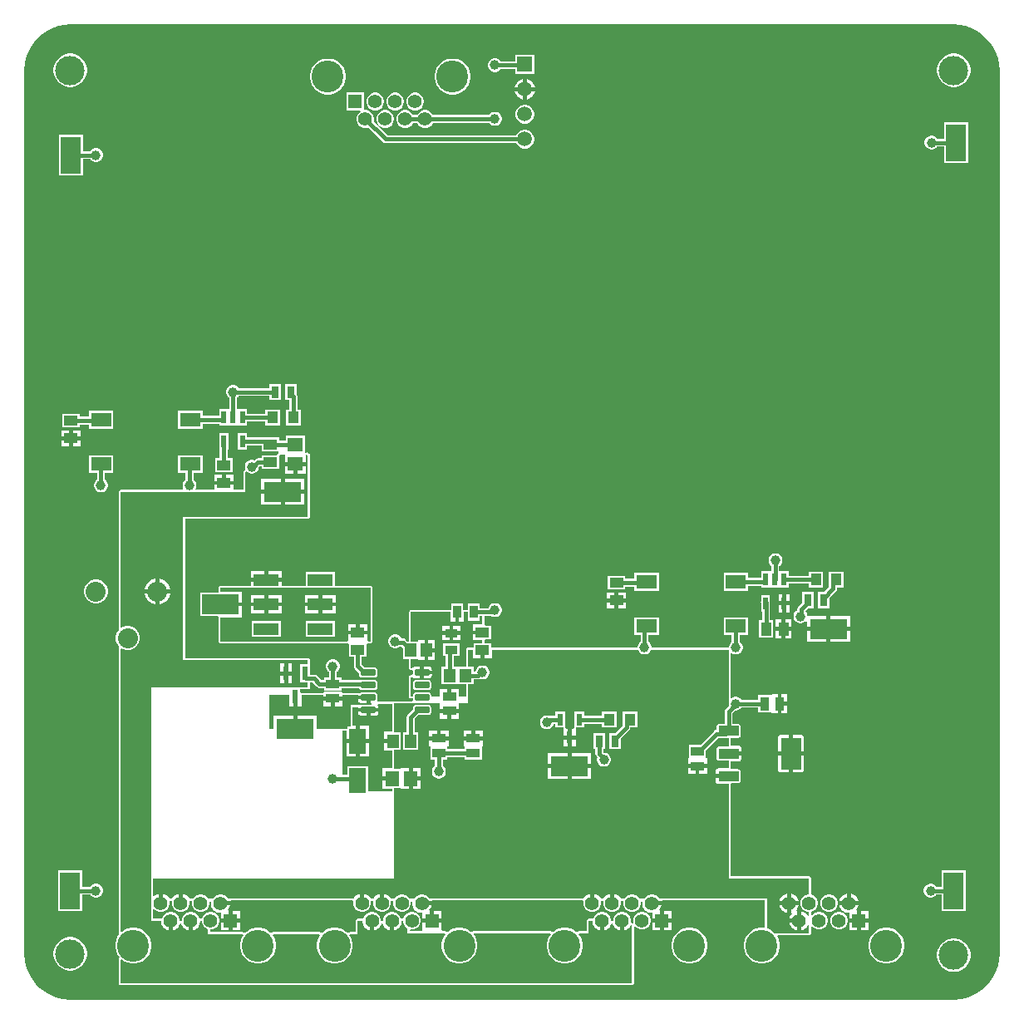
<source format=gtl>
G04*
G04 #@! TF.GenerationSoftware,Altium Limited,Altium Designer,23.7.1 (13)*
G04*
G04 Layer_Physical_Order=1*
G04 Layer_Color=255*
%FSLAX44Y44*%
%MOMM*%
G71*
G04*
G04 #@! TF.SameCoordinates,0BEFCA26-5C96-4926-A50D-4D7A3FA2ED98*
G04*
G04*
G04 #@! TF.FilePolarity,Positive*
G04*
G01*
G75*
%ADD18R,2.0300X3.8000*%
%ADD19R,1.3500X1.0000*%
%ADD20R,2.1000X1.4000*%
%ADD21R,0.5080X1.3000*%
%ADD22R,0.5080X1.3000*%
%ADD23R,0.8000X1.2500*%
%ADD24R,1.1000X1.2000*%
%ADD25R,1.5000X1.4000*%
%ADD26R,3.8000X2.0300*%
%ADD27R,1.7000X2.5000*%
%ADD28R,0.6000X1.4500*%
%ADD29R,1.3500X0.9500*%
G04:AMPARAMS|DCode=30|XSize=0.6mm|YSize=1.45mm|CornerRadius=0.051mm|HoleSize=0mm|Usage=FLASHONLY|Rotation=270.000|XOffset=0mm|YOffset=0mm|HoleType=Round|Shape=RoundedRectangle|*
%AMROUNDEDRECTD30*
21,1,0.6000,1.3480,0,0,270.0*
21,1,0.4980,1.4500,0,0,270.0*
1,1,0.1020,-0.6740,-0.2490*
1,1,0.1020,-0.6740,0.2490*
1,1,0.1020,0.6740,0.2490*
1,1,0.1020,0.6740,-0.2490*
%
%ADD30ROUNDEDRECTD30*%
%ADD31R,1.1500X1.4000*%
%ADD32R,0.8065X1.3082*%
%ADD33R,1.3082X0.8065*%
%ADD34R,1.2000X1.4000*%
%ADD35R,1.4549X1.5562*%
%ADD36R,1.0000X1.3500*%
G04:AMPARAMS|DCode=37|XSize=3.25mm|YSize=2.05mm|CornerRadius=0.0513mm|HoleSize=0mm|Usage=FLASHONLY|Rotation=90.000|XOffset=0mm|YOffset=0mm|HoleType=Round|Shape=RoundedRectangle|*
%AMROUNDEDRECTD37*
21,1,3.2500,1.9475,0,0,90.0*
21,1,3.1475,2.0500,0,0,90.0*
1,1,0.1025,0.9738,1.5738*
1,1,0.1025,0.9738,-1.5738*
1,1,0.1025,-0.9738,-1.5738*
1,1,0.1025,-0.9738,1.5738*
%
%ADD37ROUNDEDRECTD37*%
G04:AMPARAMS|DCode=38|XSize=1mm|YSize=2.05mm|CornerRadius=0.05mm|HoleSize=0mm|Usage=FLASHONLY|Rotation=90.000|XOffset=0mm|YOffset=0mm|HoleType=Round|Shape=RoundedRectangle|*
%AMROUNDEDRECTD38*
21,1,1.0000,1.9500,0,0,90.0*
21,1,0.9000,2.0500,0,0,90.0*
1,1,0.1000,0.9750,0.4500*
1,1,0.1000,0.9750,-0.4500*
1,1,0.1000,-0.9750,-0.4500*
1,1,0.1000,-0.9750,0.4500*
%
%ADD38ROUNDEDRECTD38*%
%ADD39R,0.6000X1.2000*%
%ADD40R,2.5000X1.2000*%
%ADD41R,0.9500X1.3500*%
%ADD61C,1.3900*%
%ADD62R,1.3900X1.3900*%
%ADD63C,3.2500*%
%ADD67C,0.4000*%
%ADD68R,1.5000X1.5000*%
%ADD69C,1.5000*%
%ADD70C,2.0320*%
%ADD71C,3.0000*%
%ADD72C,1.0000*%
G36*
X50000Y996666D02*
X950000D01*
X950140Y996694D01*
X956096Y996303D01*
X962088Y995112D01*
X967872Y993148D01*
X973352Y990446D01*
X978431Y987052D01*
X983024Y983024D01*
X987052Y978431D01*
X990446Y973352D01*
X993148Y967872D01*
X995112Y962088D01*
X996303Y956096D01*
X996694Y950140D01*
X996666Y950000D01*
X996666Y50000D01*
X996694Y49860D01*
X996303Y43904D01*
X995112Y37912D01*
X993148Y32127D01*
X990446Y26648D01*
X987052Y21569D01*
X983024Y16976D01*
X978431Y12948D01*
X973352Y9554D01*
X967872Y6852D01*
X962088Y4888D01*
X956096Y3697D01*
X950140Y3306D01*
X950000Y3334D01*
X50000D01*
X49860Y3306D01*
X43904Y3697D01*
X37912Y4888D01*
X32128Y6852D01*
X26648Y9554D01*
X21569Y12948D01*
X16976Y16976D01*
X12948Y21569D01*
X9554Y26648D01*
X6852Y32127D01*
X4888Y37912D01*
X3697Y43904D01*
X3380Y48739D01*
X3334Y50000D01*
X3334Y50000D01*
X3334Y51252D01*
Y950000D01*
X3306Y950140D01*
X3697Y956096D01*
X4888Y962088D01*
X6852Y967872D01*
X9554Y973352D01*
X12948Y978431D01*
X16976Y983024D01*
X21569Y987052D01*
X26648Y990446D01*
X32127Y993148D01*
X37912Y995112D01*
X43904Y996303D01*
X49860Y996694D01*
X50000Y996666D01*
D02*
G37*
%LPC*%
G36*
X522580Y965534D02*
X503580D01*
Y959322D01*
X488328D01*
X488201Y959542D01*
X486898Y960845D01*
X485302Y961767D01*
X483522Y962244D01*
X481678D01*
X479898Y961767D01*
X478302Y960845D01*
X476999Y959542D01*
X476077Y957946D01*
X475600Y956165D01*
Y954322D01*
X476077Y952542D01*
X476999Y950946D01*
X478302Y949642D01*
X479898Y948721D01*
X481678Y948244D01*
X483522D01*
X485302Y948721D01*
X486898Y949642D01*
X488201Y950946D01*
X488328Y951165D01*
X503580D01*
Y946534D01*
X522580D01*
Y965534D01*
D02*
G37*
G36*
X951674Y967000D02*
X948326D01*
X945041Y966347D01*
X941947Y965065D01*
X939163Y963205D01*
X936795Y960837D01*
X934935Y958053D01*
X933653Y954959D01*
X933000Y951674D01*
Y948326D01*
X933653Y945041D01*
X934935Y941947D01*
X936795Y939163D01*
X939163Y936795D01*
X941947Y934935D01*
X945041Y933653D01*
X948326Y933000D01*
X951674D01*
X954959Y933653D01*
X958053Y934935D01*
X960837Y936795D01*
X963205Y939163D01*
X965065Y941947D01*
X966347Y945041D01*
X967000Y948326D01*
Y951674D01*
X966347Y954959D01*
X965065Y958053D01*
X963205Y960837D01*
X960837Y963205D01*
X958053Y965065D01*
X954959Y966347D01*
X951674Y967000D01*
D02*
G37*
G36*
X51674D02*
X48326D01*
X45041Y966347D01*
X41947Y965065D01*
X39163Y963205D01*
X36795Y960837D01*
X34935Y958053D01*
X33653Y954959D01*
X33000Y951674D01*
Y948326D01*
X33653Y945041D01*
X34935Y941947D01*
X36795Y939163D01*
X39163Y936795D01*
X41947Y934935D01*
X45041Y933653D01*
X48326Y933000D01*
X51674D01*
X54959Y933653D01*
X58053Y934935D01*
X60837Y936795D01*
X63205Y939163D01*
X65065Y941947D01*
X66347Y945041D01*
X67000Y948326D01*
Y951674D01*
X66347Y954959D01*
X65065Y958053D01*
X63205Y960837D01*
X60837Y963205D01*
X58053Y965065D01*
X54959Y966347D01*
X51674Y967000D01*
D02*
G37*
G36*
X515080Y940968D02*
Y932633D01*
X523414D01*
X522864Y934686D01*
X521482Y937081D01*
X519527Y939036D01*
X517133Y940418D01*
X515080Y940968D01*
D02*
G37*
G36*
X511080Y940968D02*
X509027Y940418D01*
X506633Y939036D01*
X504678Y937081D01*
X503296Y934686D01*
X502746Y932633D01*
X511080D01*
Y940968D01*
D02*
G37*
G36*
X441217Y961860D02*
X437622D01*
X434097Y961159D01*
X430775Y959783D01*
X427786Y957786D01*
X425244Y955244D01*
X423247Y952255D01*
X421871Y948933D01*
X421170Y945407D01*
Y941813D01*
X421871Y938287D01*
X423247Y934965D01*
X425244Y931976D01*
X427786Y929434D01*
X430775Y927437D01*
X434097Y926061D01*
X437622Y925360D01*
X441217D01*
X444743Y926061D01*
X448065Y927437D01*
X451054Y929434D01*
X453596Y931976D01*
X455593Y934965D01*
X456969Y938287D01*
X457670Y941813D01*
Y945407D01*
X456969Y948933D01*
X455593Y952255D01*
X453596Y955244D01*
X451054Y957786D01*
X448065Y959783D01*
X444743Y961159D01*
X441217Y961860D01*
D02*
G37*
G36*
X314217D02*
X310623D01*
X307097Y961159D01*
X303775Y959783D01*
X300786Y957786D01*
X298244Y955244D01*
X296247Y952255D01*
X294871Y948933D01*
X294170Y945407D01*
Y941813D01*
X294871Y938287D01*
X296247Y934965D01*
X298244Y931976D01*
X300786Y929434D01*
X303775Y927437D01*
X307097Y926061D01*
X310623Y925360D01*
X314217D01*
X317743Y926061D01*
X321065Y927437D01*
X324054Y929434D01*
X326596Y931976D01*
X328593Y934965D01*
X329969Y938287D01*
X330670Y941813D01*
Y945407D01*
X329969Y948933D01*
X328593Y952255D01*
X326596Y955244D01*
X324054Y957786D01*
X321065Y959783D01*
X317743Y961159D01*
X314217Y961860D01*
D02*
G37*
G36*
X511080Y928633D02*
X502746D01*
X503296Y926581D01*
X504678Y924186D01*
X506633Y922232D01*
X509027Y920849D01*
X511080Y920299D01*
Y928633D01*
D02*
G37*
G36*
X523414D02*
X515080D01*
Y920299D01*
X517133Y920849D01*
X519527Y922232D01*
X521482Y924186D01*
X522864Y926581D01*
X523414Y928633D01*
D02*
G37*
G36*
X402498Y927160D02*
X400142D01*
X397865Y926550D01*
X395825Y925372D01*
X394158Y923705D01*
X392980Y921665D01*
X392370Y919388D01*
Y917032D01*
X392980Y914755D01*
X394158Y912715D01*
X395825Y911048D01*
X397865Y909870D01*
X400142Y909260D01*
X402498D01*
X404775Y909870D01*
X406815Y911048D01*
X408482Y912715D01*
X409660Y914755D01*
X410270Y917032D01*
Y919388D01*
X409660Y921665D01*
X408482Y923705D01*
X406815Y925372D01*
X404775Y926550D01*
X402498Y927160D01*
D02*
G37*
G36*
X382178D02*
X379822D01*
X377545Y926550D01*
X375505Y925372D01*
X373838Y923705D01*
X372660Y921665D01*
X372050Y919388D01*
Y917032D01*
X372660Y914755D01*
X373838Y912715D01*
X375505Y911048D01*
X377545Y909870D01*
X379822Y909260D01*
X382178D01*
X384455Y909870D01*
X386495Y911048D01*
X388162Y912715D01*
X389340Y914755D01*
X389950Y917032D01*
Y919388D01*
X389340Y921665D01*
X388162Y923705D01*
X386495Y925372D01*
X384455Y926550D01*
X382178Y927160D01*
D02*
G37*
G36*
X361858D02*
X359502D01*
X357225Y926550D01*
X355185Y925372D01*
X353518Y923705D01*
X352340Y921665D01*
X351730Y919388D01*
Y917032D01*
X352340Y914755D01*
X353518Y912715D01*
X355185Y911048D01*
X357225Y909870D01*
X359502Y909260D01*
X361858D01*
X364135Y909870D01*
X366175Y911048D01*
X367842Y912715D01*
X369020Y914755D01*
X369630Y917032D01*
Y919388D01*
X369020Y921665D01*
X367842Y923705D01*
X366175Y925372D01*
X364135Y926550D01*
X361858Y927160D01*
D02*
G37*
G36*
X412658Y909380D02*
X410302D01*
X408025Y908770D01*
X405985Y907592D01*
X404318Y905925D01*
X403500Y904508D01*
X399140D01*
X398322Y905925D01*
X396655Y907592D01*
X394615Y908770D01*
X392338Y909380D01*
X389982D01*
X387705Y908770D01*
X385665Y907592D01*
X383998Y905925D01*
X382820Y903885D01*
X382210Y901608D01*
Y899252D01*
X382820Y896975D01*
X383998Y894935D01*
X385665Y893268D01*
X387705Y892090D01*
X389982Y891480D01*
X392338D01*
X394615Y892090D01*
X396655Y893268D01*
X398322Y894935D01*
X399140Y896352D01*
X403500D01*
X404318Y894935D01*
X405985Y893268D01*
X408025Y892090D01*
X410302Y891480D01*
X412658D01*
X414935Y892090D01*
X416975Y893268D01*
X418642Y894935D01*
X419460Y896352D01*
X476872D01*
X476999Y896132D01*
X478302Y894829D01*
X479898Y893907D01*
X481678Y893430D01*
X483522D01*
X485302Y893907D01*
X486898Y894829D01*
X488201Y896132D01*
X489123Y897728D01*
X489600Y899508D01*
Y901352D01*
X489123Y903132D01*
X488201Y904728D01*
X486898Y906031D01*
X485302Y906953D01*
X483522Y907430D01*
X481678D01*
X479898Y906953D01*
X478302Y906031D01*
X476999Y904728D01*
X476872Y904508D01*
X419460D01*
X418642Y905925D01*
X416975Y907592D01*
X414935Y908770D01*
X412658Y909380D01*
D02*
G37*
G36*
X514331Y914734D02*
X511829D01*
X509413Y914086D01*
X507247Y912835D01*
X505478Y911067D01*
X504227Y908900D01*
X503580Y906484D01*
Y903983D01*
X504227Y901567D01*
X505478Y899400D01*
X507247Y897632D01*
X509413Y896381D01*
X511829Y895734D01*
X514331D01*
X516747Y896381D01*
X518913Y897632D01*
X520682Y899400D01*
X521933Y901567D01*
X522580Y903983D01*
Y906484D01*
X521933Y908900D01*
X520682Y911067D01*
X518913Y912835D01*
X516747Y914086D01*
X514331Y914734D01*
D02*
G37*
G36*
X372018Y909380D02*
X369662D01*
X367385Y908770D01*
X365345Y907592D01*
X363678Y905925D01*
X362500Y903885D01*
X361890Y901608D01*
Y899252D01*
X362500Y896975D01*
X363678Y894935D01*
X365345Y893268D01*
X367385Y892090D01*
X369662Y891480D01*
X372018D01*
X374295Y892090D01*
X376335Y893268D01*
X378002Y894935D01*
X379180Y896975D01*
X379790Y899252D01*
Y901608D01*
X379180Y903885D01*
X378002Y905925D01*
X376335Y907592D01*
X374295Y908770D01*
X372018Y909380D01*
D02*
G37*
G36*
X964650Y897300D02*
X940350D01*
Y880378D01*
X933045D01*
X932918Y880598D01*
X931615Y881901D01*
X930018Y882823D01*
X928238Y883300D01*
X926395D01*
X924615Y882823D01*
X923018Y881901D01*
X921715Y880598D01*
X920794Y879002D01*
X920317Y877222D01*
Y875378D01*
X920794Y873598D01*
X921715Y872002D01*
X923018Y870699D01*
X924615Y869777D01*
X926395Y869300D01*
X928238D01*
X930018Y869777D01*
X931615Y870699D01*
X932918Y872002D01*
X933045Y872222D01*
X940350D01*
Y855300D01*
X964650D01*
Y897300D01*
D02*
G37*
G36*
X349310Y927160D02*
X331410D01*
Y909260D01*
X345374D01*
X345714Y907990D01*
X345025Y907592D01*
X343358Y905925D01*
X342180Y903885D01*
X341570Y901608D01*
Y899252D01*
X342180Y896975D01*
X343358Y894935D01*
X345025Y893268D01*
X347065Y892090D01*
X349342Y891480D01*
X351698D01*
X353279Y891904D01*
X368233Y876950D01*
X368233Y876950D01*
X369556Y876066D01*
X371116Y875755D01*
X504465D01*
X505478Y874000D01*
X507247Y872232D01*
X509413Y870981D01*
X511829Y870334D01*
X514331D01*
X516747Y870981D01*
X518913Y872232D01*
X520682Y874000D01*
X521933Y876167D01*
X522580Y878583D01*
Y881084D01*
X521933Y883500D01*
X520682Y885667D01*
X518913Y887435D01*
X516747Y888686D01*
X514331Y889333D01*
X511829D01*
X509413Y888686D01*
X507247Y887435D01*
X505478Y885667D01*
X504465Y883912D01*
X372806D01*
X359047Y897671D01*
X359470Y899252D01*
Y901608D01*
X358860Y903885D01*
X357682Y905925D01*
X356015Y907592D01*
X353975Y908770D01*
X351698Y909380D01*
X350114D01*
X349342Y909380D01*
X349310Y909404D01*
X349310Y910389D01*
Y927160D01*
D02*
G37*
G36*
X62950Y884600D02*
X38650D01*
Y842600D01*
X62950D01*
Y859522D01*
X70472D01*
X70599Y859302D01*
X71902Y857999D01*
X73498Y857077D01*
X75278Y856600D01*
X77122D01*
X78902Y857077D01*
X80498Y857999D01*
X81801Y859302D01*
X82723Y860898D01*
X83200Y862678D01*
Y864522D01*
X82723Y866302D01*
X81801Y867898D01*
X80498Y869201D01*
X78902Y870123D01*
X77122Y870600D01*
X75278D01*
X73498Y870123D01*
X71902Y869201D01*
X70599Y867898D01*
X70472Y867678D01*
X62950D01*
Y884600D01*
D02*
G37*
G36*
X264700Y630550D02*
X252700D01*
Y626378D01*
X221628D01*
X221501Y626598D01*
X220198Y627901D01*
X218602Y628823D01*
X216822Y629300D01*
X214978D01*
X213198Y628823D01*
X211602Y627901D01*
X210299Y626598D01*
X209377Y625002D01*
X208900Y623222D01*
Y621378D01*
X209377Y619598D01*
X210299Y618002D01*
X211602Y616699D01*
X211822Y616572D01*
Y605605D01*
X210940Y604700D01*
X210090Y604700D01*
X201860D01*
Y598078D01*
X185000D01*
Y603000D01*
X160000D01*
Y585000D01*
X185000D01*
Y589922D01*
X201860D01*
Y587700D01*
X210090D01*
X210940Y587700D01*
X212210Y587700D01*
X219590D01*
X220440Y587700D01*
X221710Y587700D01*
X229940D01*
Y592122D01*
X248700D01*
Y588200D01*
X263700D01*
Y604200D01*
X248700D01*
Y600278D01*
X229940D01*
Y604700D01*
X221710D01*
X220860Y604700D01*
X219978Y605605D01*
Y616572D01*
X220198Y616699D01*
X221501Y618002D01*
X221628Y618222D01*
X252700D01*
Y614050D01*
X264700D01*
Y630550D01*
D02*
G37*
G36*
X94000Y603000D02*
X69000D01*
Y597278D01*
X59550D01*
Y600200D01*
X42050D01*
Y586200D01*
X59550D01*
Y589122D01*
X69000D01*
Y585000D01*
X94000D01*
Y603000D01*
D02*
G37*
G36*
X280700Y630550D02*
X268700D01*
Y614050D01*
X273122D01*
Y604200D01*
X269700D01*
Y588200D01*
X284700D01*
Y604200D01*
X281278D01*
Y617550D01*
X280968Y619111D01*
X280700Y619512D01*
Y630550D01*
D02*
G37*
G36*
X60550Y583200D02*
X52800D01*
Y577200D01*
X60550D01*
Y583200D01*
D02*
G37*
G36*
X48800D02*
X41050D01*
Y577200D01*
X48800D01*
Y583200D01*
D02*
G37*
G36*
X60550Y573200D02*
X52800D01*
Y567200D01*
X60550D01*
Y573200D01*
D02*
G37*
G36*
X48800D02*
X41050D01*
Y567200D01*
X48800D01*
Y573200D01*
D02*
G37*
G36*
X229940Y580700D02*
X220860D01*
Y563700D01*
X229940D01*
Y568122D01*
X245250D01*
Y561800D01*
X261551D01*
X261571Y561800D01*
X261571Y561800D01*
X261808Y561800D01*
X262128Y561207D01*
X262227Y560892D01*
X262291Y560529D01*
X262250Y560482D01*
X262203Y560434D01*
X262117Y560347D01*
X261960Y560242D01*
X261842Y560065D01*
X261694Y559914D01*
X261042Y558913D01*
X260971Y558738D01*
X260866Y558580D01*
X260825Y558372D01*
X260746Y558175D01*
X259551Y557800D01*
X245250D01*
Y554878D01*
X241250D01*
X241250Y554878D01*
X239689Y554568D01*
X238366Y553684D01*
X237379Y552696D01*
X235872Y553100D01*
X234028D01*
X232248Y552623D01*
X230652Y551701D01*
X229349Y550398D01*
X228427Y548802D01*
X227950Y547022D01*
Y545178D01*
X228427Y543398D01*
X228226Y542807D01*
X227820Y542639D01*
X227158Y542196D01*
X226716Y541535D01*
X226561Y540755D01*
Y522739D01*
X216150D01*
Y527700D01*
X206400D01*
X196650D01*
Y522739D01*
X178510D01*
X177777Y524009D01*
X177973Y524348D01*
X178450Y526128D01*
Y527972D01*
X177973Y529752D01*
X177051Y531348D01*
X175748Y532651D01*
X175528Y532778D01*
Y540000D01*
X185000D01*
Y558000D01*
X160000D01*
Y540000D01*
X167372D01*
Y532778D01*
X167152Y532651D01*
X165849Y531348D01*
X164927Y529752D01*
X164450Y527972D01*
Y526128D01*
X164927Y524348D01*
X165123Y524009D01*
X164389Y522739D01*
X101600D01*
X100820Y522584D01*
X100158Y522142D01*
X99716Y521480D01*
X99561Y520700D01*
Y421484D01*
X99349Y421167D01*
X99194Y420387D01*
Y382602D01*
X99246Y382341D01*
X99263Y382075D01*
X99323Y381954D01*
X99349Y381822D01*
X99497Y381600D01*
X99615Y381361D01*
X99784Y380823D01*
X99771Y380117D01*
X99679Y379779D01*
X98969Y379068D01*
X97368Y376296D01*
X96539Y373203D01*
Y370001D01*
X97368Y366908D01*
X98969Y364136D01*
X99679Y363425D01*
X99771Y363088D01*
X99784Y362381D01*
X99615Y361843D01*
X99497Y361604D01*
X99349Y361382D01*
X99323Y361250D01*
X99263Y361129D01*
X99246Y360863D01*
X99194Y360602D01*
Y279400D01*
Y72822D01*
X99349Y72041D01*
X99791Y71380D01*
X99945Y70767D01*
X99978Y69860D01*
X99945Y69786D01*
X98127Y67065D01*
X96751Y63743D01*
X96050Y60217D01*
Y56623D01*
X96751Y53097D01*
X98127Y49775D01*
X99945Y47054D01*
X99978Y46980D01*
X99945Y46073D01*
X99791Y45460D01*
X99349Y44799D01*
X99194Y44018D01*
Y20320D01*
X99349Y19540D01*
X99791Y18878D01*
X100453Y18436D01*
X101233Y18281D01*
X622300D01*
X623080Y18436D01*
X623742Y18878D01*
X624184Y19540D01*
X624339Y20320D01*
Y77574D01*
X625609Y78014D01*
X626965Y76658D01*
X629005Y75480D01*
X631282Y74870D01*
X633638D01*
X635915Y75480D01*
X637955Y76658D01*
X639622Y78325D01*
X640800Y80365D01*
X641410Y82642D01*
Y84998D01*
X640800Y87275D01*
X639622Y89315D01*
X637955Y90982D01*
X635915Y92160D01*
X633638Y92770D01*
X631282D01*
X629005Y92160D01*
X626965Y90982D01*
X625298Y89315D01*
X624120Y87275D01*
X623510Y84998D01*
Y82642D01*
X623699Y81935D01*
X623462Y81523D01*
X622745Y81068D01*
X621496Y81418D01*
X621162Y82115D01*
X621078Y82598D01*
X621090Y82642D01*
Y84998D01*
X620480Y87275D01*
X619302Y89315D01*
X617635Y90982D01*
X615595Y92160D01*
X613318Y92770D01*
X610962D01*
X608685Y92160D01*
X606645Y90982D01*
X604978Y89315D01*
X603800Y87275D01*
X603190Y84998D01*
Y84057D01*
X603156Y83916D01*
X602637Y82879D01*
X601323D01*
X600804Y83916D01*
X600770Y84057D01*
Y84998D01*
X600160Y87275D01*
X598982Y89315D01*
X597315Y90982D01*
X595275Y92160D01*
X592998Y92770D01*
X590642D01*
X588365Y92160D01*
X586325Y90982D01*
X584658Y89315D01*
X583480Y87275D01*
X583105Y85875D01*
X582650Y85704D01*
X581870Y85859D01*
X578365D01*
X577585Y85704D01*
X576923Y85262D01*
X576481Y84600D01*
X576321Y84214D01*
X576321Y84214D01*
X576166Y83434D01*
Y73159D01*
X568412D01*
X568309Y73139D01*
X568204Y73149D01*
X567922Y73062D01*
X567631Y73004D01*
X567544Y72946D01*
X567444Y72915D01*
X567216Y72726D01*
X566970Y72562D01*
X566282Y72409D01*
X565763Y72410D01*
X565451Y72499D01*
X565354Y72596D01*
X562365Y74593D01*
X559043Y75969D01*
X555518Y76670D01*
X551922D01*
X548397Y75969D01*
X545075Y74593D01*
X542086Y72596D01*
X541989Y72499D01*
X541677Y72410D01*
X541158Y72409D01*
X540470Y72562D01*
X540224Y72726D01*
X539996Y72915D01*
X539896Y72946D01*
X539809Y73004D01*
X539518Y73062D01*
X539236Y73149D01*
X539131Y73139D01*
X539028Y73159D01*
X461042D01*
X460939Y73139D01*
X460834Y73149D01*
X460552Y73062D01*
X460261Y73004D01*
X460174Y72946D01*
X460074Y72915D01*
X459846Y72726D01*
X459600Y72562D01*
X458912Y72409D01*
X458393Y72410D01*
X458081Y72499D01*
X457984Y72596D01*
X454995Y74593D01*
X451673Y75969D01*
X448148Y76670D01*
X444552D01*
X441027Y75969D01*
X437705Y74593D01*
X434716Y72596D01*
X434619Y72499D01*
X434307Y72410D01*
X433788Y72409D01*
X433100Y72562D01*
X432854Y72726D01*
X432626Y72915D01*
X432526Y72946D01*
X432439Y73004D01*
X432148Y73062D01*
X431866Y73149D01*
X431761Y73139D01*
X431658Y73159D01*
X429336D01*
X428360Y73870D01*
Y81820D01*
X408460D01*
Y73870D01*
X407484Y73159D01*
X396059D01*
X395855Y73982D01*
X396869Y74882D01*
X396912Y74870D01*
X399268D01*
X401545Y75480D01*
X403586Y76658D01*
X405252Y78325D01*
X406430Y80365D01*
X407040Y82642D01*
Y84998D01*
X406430Y87275D01*
X405252Y89315D01*
X403586Y90982D01*
X401545Y92160D01*
X399268Y92770D01*
X396912D01*
X394635Y92160D01*
X392595Y90982D01*
X390928Y89315D01*
X389750Y87275D01*
X389359Y85816D01*
X389140Y85859D01*
X387720D01*
X386940Y85704D01*
X386485Y85875D01*
X386110Y87275D01*
X384932Y89315D01*
X383265Y90982D01*
X381225Y92160D01*
X378948Y92770D01*
X376592D01*
X374315Y92160D01*
X372275Y90982D01*
X370608Y89315D01*
X369430Y87275D01*
X368820Y84998D01*
Y84057D01*
X368786Y83916D01*
X368267Y82879D01*
X366953D01*
X366434Y83916D01*
X366400Y84057D01*
Y84998D01*
X365790Y87275D01*
X364612Y89315D01*
X362946Y90982D01*
X360905Y92160D01*
X358628Y92770D01*
X356272D01*
X353995Y92160D01*
X351955Y90982D01*
X350288Y89315D01*
X349110Y87275D01*
X348735Y85875D01*
X348280Y85704D01*
X347500Y85859D01*
X342900D01*
X342120Y85704D01*
X341458Y85262D01*
X341016Y84600D01*
X340861Y83820D01*
Y72093D01*
X334873D01*
X334579Y72035D01*
X334281Y72005D01*
X334192Y71957D01*
X334092Y71938D01*
X333843Y71771D01*
X333579Y71630D01*
X333170Y71490D01*
X332374Y71473D01*
X332015Y71564D01*
X330984Y72596D01*
X327995Y74593D01*
X324673Y75969D01*
X321147Y76670D01*
X317553D01*
X314027Y75969D01*
X310705Y74593D01*
X307716Y72596D01*
X306685Y71564D01*
X306326Y71473D01*
X305530Y71490D01*
X305121Y71630D01*
X304857Y71771D01*
X304608Y71938D01*
X304508Y71957D01*
X304419Y72005D01*
X304121Y72035D01*
X303827Y72093D01*
X256823D01*
X256529Y72035D01*
X256231Y72005D01*
X256142Y71957D01*
X256042Y71938D01*
X255793Y71771D01*
X255529Y71630D01*
X255120Y71490D01*
X254324Y71473D01*
X253965Y71564D01*
X252934Y72596D01*
X249945Y74593D01*
X246623Y75969D01*
X243097Y76670D01*
X239503D01*
X235977Y75969D01*
X232655Y74593D01*
X229666Y72596D01*
X228635Y71564D01*
X228276Y71473D01*
X227480Y71490D01*
X227071Y71630D01*
X226807Y71771D01*
X226558Y71938D01*
X226458Y71957D01*
X226369Y72005D01*
X226071Y72035D01*
X225777Y72093D01*
X192321D01*
Y74870D01*
X194218D01*
X196495Y75480D01*
X198535Y76658D01*
X200202Y78325D01*
X201380Y80365D01*
X201990Y82642D01*
Y84998D01*
X201380Y87275D01*
X200202Y89315D01*
X198535Y90982D01*
X196495Y92160D01*
X194218Y92770D01*
X191862D01*
X189585Y92160D01*
X187545Y90982D01*
X185878Y89315D01*
X184700Y87275D01*
X184309Y85816D01*
X184090Y85859D01*
X182670D01*
X181890Y85704D01*
X181435Y85875D01*
X181060Y87275D01*
X179882Y89315D01*
X178215Y90982D01*
X176175Y92160D01*
X173898Y92770D01*
X171542D01*
X169265Y92160D01*
X167225Y90982D01*
X165558Y89315D01*
X164380Y87275D01*
X163770Y84998D01*
Y84057D01*
X163736Y83916D01*
X163217Y82879D01*
X161903D01*
X161384Y83916D01*
X161350Y84057D01*
Y84998D01*
X160740Y87275D01*
X159562Y89315D01*
X157895Y90982D01*
X155855Y92160D01*
X153578Y92770D01*
X151222D01*
X148945Y92160D01*
X146905Y90982D01*
X145238Y89315D01*
X144060Y87275D01*
X143685Y85875D01*
X143230Y85704D01*
X142450Y85859D01*
X134174D01*
Y95221D01*
X135444Y95739D01*
X136745Y94438D01*
X138785Y93260D01*
X141062Y92650D01*
X143418D01*
X145695Y93260D01*
X147735Y94438D01*
X149402Y96105D01*
X150580Y98145D01*
X151190Y100422D01*
Y102778D01*
X151073Y103215D01*
X151852Y104229D01*
X152948D01*
X153727Y103215D01*
X153610Y102778D01*
Y100422D01*
X154220Y98145D01*
X155398Y96105D01*
X157065Y94438D01*
X159105Y93260D01*
X161382Y92650D01*
X163738D01*
X166015Y93260D01*
X168055Y94438D01*
X169722Y96105D01*
X170900Y98145D01*
X171510Y100422D01*
Y102778D01*
X171351Y103371D01*
X172211Y104492D01*
X173339D01*
X174117Y103477D01*
X173930Y102778D01*
Y100422D01*
X174540Y98145D01*
X175718Y96105D01*
X177385Y94438D01*
X179425Y93260D01*
X181702Y92650D01*
X184058D01*
X186335Y93260D01*
X188375Y94438D01*
X190042Y96105D01*
X191220Y98145D01*
X191830Y100422D01*
Y102521D01*
X192070Y103011D01*
X192553Y103479D01*
X193250Y102910D01*
Y100290D01*
X193928Y97759D01*
X195238Y95491D01*
X197091Y93638D01*
X199359Y92328D01*
X201890Y91650D01*
X203410D01*
Y85820D01*
X211360D01*
Y93770D01*
X211101D01*
X210615Y94943D01*
X211162Y95491D01*
X212472Y97759D01*
X212965Y99600D01*
X203200D01*
Y103600D01*
X212965D01*
X212956Y103633D01*
X213729Y104641D01*
X337524D01*
X338499Y103371D01*
X338340Y102778D01*
Y100422D01*
X338950Y98145D01*
X340128Y96105D01*
X341795Y94438D01*
X343835Y93260D01*
X346112Y92650D01*
X348468D01*
X350745Y93260D01*
X352785Y94438D01*
X354452Y96105D01*
X355630Y98145D01*
X356240Y100422D01*
Y102778D01*
X356123Y103215D01*
X356902Y104229D01*
X357998D01*
X358777Y103215D01*
X358660Y102778D01*
Y100422D01*
X359270Y98145D01*
X360448Y96105D01*
X362115Y94438D01*
X364155Y93260D01*
X366432Y92650D01*
X368788D01*
X371065Y93260D01*
X373106Y94438D01*
X374772Y96105D01*
X375950Y98145D01*
X376560Y100422D01*
Y102778D01*
X376401Y103371D01*
X377261Y104492D01*
X378389D01*
X379167Y103477D01*
X378980Y102778D01*
Y100422D01*
X379590Y98145D01*
X380768Y96105D01*
X382435Y94438D01*
X384475Y93260D01*
X386752Y92650D01*
X389108D01*
X391385Y93260D01*
X393425Y94438D01*
X395092Y96105D01*
X396270Y98145D01*
X396880Y100422D01*
Y102521D01*
X397120Y103011D01*
X397603Y103479D01*
X398300Y102910D01*
Y100290D01*
X398978Y97759D01*
X400288Y95491D01*
X402141Y93638D01*
X404409Y92328D01*
X406940Y91650D01*
X408460D01*
Y85820D01*
X416410D01*
Y93770D01*
X416151D01*
X415665Y94943D01*
X416212Y95491D01*
X417522Y97759D01*
X418015Y99600D01*
X408250D01*
Y103600D01*
X418015D01*
X418006Y103633D01*
X418779Y104641D01*
X571894D01*
X572869Y103371D01*
X572710Y102778D01*
Y100422D01*
X573320Y98145D01*
X574498Y96105D01*
X576165Y94438D01*
X578205Y93260D01*
X580482Y92650D01*
X582838D01*
X585115Y93260D01*
X587155Y94438D01*
X588822Y96105D01*
X590000Y98145D01*
X590610Y100422D01*
Y102778D01*
X590493Y103215D01*
X591272Y104229D01*
X592368D01*
X593147Y103215D01*
X593030Y102778D01*
Y100422D01*
X593640Y98145D01*
X594818Y96105D01*
X596485Y94438D01*
X598525Y93260D01*
X600802Y92650D01*
X603158D01*
X605435Y93260D01*
X607475Y94438D01*
X609142Y96105D01*
X610320Y98145D01*
X610930Y100422D01*
Y102778D01*
X610771Y103371D01*
X611631Y104492D01*
X612759D01*
X613537Y103477D01*
X613350Y102778D01*
Y100422D01*
X613960Y98145D01*
X615138Y96105D01*
X616805Y94438D01*
X618845Y93260D01*
X621122Y92650D01*
X623478D01*
X625755Y93260D01*
X627795Y94438D01*
X629462Y96105D01*
X630640Y98145D01*
X631250Y100422D01*
Y102521D01*
X631490Y103011D01*
X631973Y103479D01*
X632670Y102910D01*
Y100290D01*
X633348Y97759D01*
X634658Y95491D01*
X636511Y93638D01*
X638779Y92328D01*
X641310Y91650D01*
X642830D01*
Y85820D01*
X650780D01*
Y93770D01*
X650521D01*
X650035Y94943D01*
X650582Y95491D01*
X651892Y97759D01*
X652385Y99600D01*
X642620D01*
Y103600D01*
X652385D01*
X652376Y103633D01*
X653149Y104641D01*
X757664D01*
Y77375D01*
X756682Y76570D01*
X756178Y76670D01*
X752582D01*
X749057Y75969D01*
X745735Y74593D01*
X742746Y72596D01*
X740204Y70054D01*
X738207Y67065D01*
X736831Y63743D01*
X736130Y60217D01*
Y56623D01*
X736831Y53097D01*
X738207Y49775D01*
X740204Y46786D01*
X742746Y44244D01*
X745735Y42247D01*
X749057Y40871D01*
X752582Y40170D01*
X756178D01*
X759703Y40871D01*
X763025Y42247D01*
X766014Y44244D01*
X768556Y46786D01*
X770553Y49775D01*
X771929Y53097D01*
X772630Y56623D01*
Y60217D01*
X771929Y63743D01*
X770553Y67065D01*
X769954Y67961D01*
X770553Y69081D01*
X802640D01*
X803420Y69236D01*
X804082Y69678D01*
X804524Y70340D01*
X804679Y71120D01*
Y77574D01*
X805949Y78014D01*
X807305Y76658D01*
X809345Y75480D01*
X811622Y74870D01*
X813978D01*
X816255Y75480D01*
X818295Y76658D01*
X819962Y78325D01*
X821140Y80365D01*
X821750Y82642D01*
Y84998D01*
X821140Y87275D01*
X819962Y89315D01*
X818295Y90982D01*
X816255Y92160D01*
X813978Y92770D01*
X811622D01*
X809345Y92160D01*
X807305Y90982D01*
X805949Y89626D01*
X804679Y90066D01*
Y92650D01*
X804636Y92869D01*
X806095Y93260D01*
X808135Y94438D01*
X809802Y96105D01*
X810980Y98145D01*
X811590Y100422D01*
Y102778D01*
X810980Y105055D01*
X809802Y107095D01*
X808135Y108762D01*
X806095Y109940D01*
X804636Y110331D01*
X804679Y110550D01*
Y127000D01*
X804524Y127780D01*
X804082Y128442D01*
X803420Y128884D01*
X802640Y129039D01*
X722643D01*
Y222931D01*
X723735Y223951D01*
X730354D01*
X731329Y224145D01*
X732156Y224698D01*
X732709Y225525D01*
X732903Y226500D01*
Y235500D01*
X732709Y236475D01*
X732156Y237302D01*
X731329Y237855D01*
X730354Y238049D01*
X723735D01*
X722643Y239069D01*
Y245931D01*
X730354D01*
X731719Y246203D01*
X732877Y246977D01*
X733651Y248134D01*
X733922Y249500D01*
Y252000D01*
X720603D01*
Y256000D01*
X733922D01*
Y258500D01*
X733651Y259866D01*
X732877Y261023D01*
X731719Y261797D01*
X730354Y262069D01*
X722643D01*
Y269951D01*
X730354D01*
X731329Y270145D01*
X732156Y270698D01*
X732709Y271525D01*
X732903Y272500D01*
Y281500D01*
X732709Y282475D01*
X732156Y283302D01*
X731329Y283855D01*
X730354Y284049D01*
X724682D01*
Y294954D01*
X727527Y297800D01*
X728925D01*
X730705Y298277D01*
X732302Y299199D01*
X733605Y300502D01*
X733732Y300722D01*
X750804D01*
Y296050D01*
X764152Y296050D01*
X764804Y295050D01*
X764955Y295050D01*
X770554D01*
Y304800D01*
Y314550D01*
X764804Y314550D01*
X764152Y313550D01*
X763534Y313550D01*
X750804D01*
Y308878D01*
X733732D01*
X733605Y309098D01*
X732302Y310401D01*
X730705Y311323D01*
X728925Y311800D01*
X727082D01*
X725302Y311323D01*
X723913Y310521D01*
X722643Y310944D01*
Y355806D01*
X723913Y356229D01*
X725302Y355427D01*
X727082Y354950D01*
X728925D01*
X730705Y355427D01*
X732302Y356349D01*
X733605Y357652D01*
X734527Y359248D01*
X735004Y361028D01*
Y362872D01*
X734527Y364652D01*
X733605Y366248D01*
X732302Y367551D01*
X732082Y367678D01*
Y374900D01*
X740504D01*
Y392900D01*
X715504D01*
Y374900D01*
X723925D01*
Y367678D01*
X723706Y367551D01*
X722402Y366248D01*
X721481Y364652D01*
X721004Y362872D01*
Y362159D01*
X720603Y361831D01*
X642000D01*
Y362872D01*
X641523Y364652D01*
X640601Y366248D01*
X639298Y367551D01*
X639078Y367678D01*
Y374900D01*
X649504D01*
Y392900D01*
X624504D01*
Y374900D01*
X630922D01*
Y367678D01*
X630702Y367551D01*
X629399Y366248D01*
X628477Y364652D01*
X628000Y362872D01*
Y361831D01*
X479650D01*
X478650Y362927D01*
Y366300D01*
X471939D01*
Y369300D01*
X473035Y370300D01*
X478650D01*
Y384300D01*
X473035D01*
X471939Y385300D01*
Y393922D01*
X478926D01*
X478926Y393922D01*
X479141Y393964D01*
X479898Y393527D01*
X481678Y393050D01*
X483522D01*
X485302Y393527D01*
X486898Y394449D01*
X488201Y395752D01*
X489123Y397348D01*
X489600Y399128D01*
Y400972D01*
X489123Y402752D01*
X488201Y404348D01*
X486898Y405651D01*
X485302Y406573D01*
X483522Y407050D01*
X481678D01*
X479898Y406573D01*
X478302Y405651D01*
X476999Y404348D01*
X476077Y402752D01*
X475897Y402078D01*
X467295D01*
Y406541D01*
X455230D01*
Y400039D01*
X451278D01*
X450277Y401135D01*
Y406541D01*
X438213D01*
Y401135D01*
X437212Y400039D01*
X397010D01*
X396230Y399884D01*
X395568Y399442D01*
X395126Y398780D01*
X394971Y398000D01*
Y368300D01*
X393521D01*
X391785Y370036D01*
X390462Y370920D01*
X388902Y371230D01*
X388901Y371230D01*
X387391D01*
X386601Y372598D01*
X385298Y373901D01*
X383702Y374823D01*
X381922Y375300D01*
X380078D01*
X378298Y374823D01*
X376702Y373901D01*
X375399Y372598D01*
X374477Y371002D01*
X374000Y369222D01*
Y367378D01*
X374477Y365598D01*
X375399Y364002D01*
X376702Y362699D01*
X378298Y361777D01*
X380078Y361300D01*
X381922D01*
X383702Y361777D01*
X385298Y362699D01*
X385673Y363074D01*
X387212D01*
X388870Y361416D01*
X388870Y361416D01*
X389004Y361327D01*
Y350300D01*
X394971D01*
Y341359D01*
X395004Y341192D01*
X394999Y341023D01*
X395081Y340806D01*
X395126Y340578D01*
X395220Y340437D01*
X395280Y340279D01*
X395439Y340109D01*
X395568Y339917D01*
X395709Y339822D01*
X395826Y339699D01*
X396035Y339549D01*
X396048Y339543D01*
X396057Y339534D01*
X396410Y339380D01*
X396761Y339222D01*
X396774Y339221D01*
X396787Y339216D01*
X397170Y339209D01*
X397556Y339198D01*
X397569Y339202D01*
X397583Y339202D01*
X397761Y339234D01*
X398951Y338159D01*
Y334941D01*
X397761Y333866D01*
X397583Y333898D01*
X397569Y333898D01*
X397556Y333903D01*
X397170Y333891D01*
X396787Y333884D01*
X396774Y333879D01*
X396761Y333878D01*
X396410Y333720D01*
X396057Y333567D01*
X396048Y333557D01*
X396035Y333551D01*
X395826Y333401D01*
X395709Y333278D01*
X395568Y333183D01*
X395439Y332990D01*
X395280Y332822D01*
X395220Y332663D01*
X395126Y332522D01*
X395081Y332294D01*
X394999Y332077D01*
X395004Y331908D01*
X394971Y331741D01*
Y312000D01*
X395126Y311220D01*
X395568Y310558D01*
X396230Y310116D01*
X397010Y309961D01*
X398951D01*
Y308660D01*
X397927Y307393D01*
X379770D01*
X378990Y307238D01*
X378328Y306796D01*
X378284Y306729D01*
X377731Y306839D01*
X363820D01*
X363503Y307115D01*
X362998Y307812D01*
X362925Y308035D01*
X363049Y308660D01*
Y313640D01*
X362854Y314619D01*
X362300Y315450D01*
X361469Y316004D01*
X360490Y316199D01*
X347010D01*
X346031Y316004D01*
X345200Y315450D01*
X344080Y315684D01*
X343787Y315742D01*
X343500Y315829D01*
X343399Y315819D01*
X343300Y315839D01*
X327250D01*
X326250Y316750D01*
Y316750D01*
X308750D01*
Y316750D01*
X307750Y315839D01*
X285400D01*
X284400Y316935D01*
Y319321D01*
X292100D01*
X292880Y319476D01*
X293542Y319918D01*
X293984Y320580D01*
X294139Y321360D01*
Y326272D01*
X296961D01*
X301116Y322116D01*
X301116Y322116D01*
X302439Y321232D01*
X304000Y320922D01*
X308750D01*
Y318250D01*
X326250D01*
Y320922D01*
X344538D01*
X344646Y320381D01*
X345200Y319550D01*
X346031Y318996D01*
X347010Y318801D01*
X360490D01*
X361469Y318996D01*
X362300Y319550D01*
X362854Y320381D01*
X363049Y321360D01*
Y326340D01*
X362854Y327319D01*
X362300Y328150D01*
X361469Y328704D01*
X360490Y328899D01*
X349251D01*
X348350Y329078D01*
X348350Y329078D01*
X326250D01*
Y331750D01*
X321578D01*
Y337172D01*
X321798Y337299D01*
X323101Y338602D01*
X324023Y340198D01*
X324500Y341978D01*
Y343822D01*
X324023Y345602D01*
X323101Y347198D01*
X321798Y348501D01*
X320202Y349423D01*
X318422Y349900D01*
X316578D01*
X314798Y349423D01*
X313202Y348501D01*
X311899Y347198D01*
X310977Y345602D01*
X310500Y343822D01*
Y341978D01*
X310977Y340198D01*
X311899Y338602D01*
X313202Y337299D01*
X313422Y337172D01*
Y331750D01*
X308750D01*
Y329078D01*
X305689D01*
X301534Y333234D01*
X300211Y334118D01*
X298650Y334428D01*
X298650Y334428D01*
X293900D01*
Y343944D01*
X293984Y344070D01*
X294139Y344850D01*
Y349300D01*
X293984Y350080D01*
X293542Y350742D01*
X292880Y351184D01*
X292100Y351339D01*
X167139D01*
Y493261D01*
X292100D01*
X292880Y493416D01*
X293542Y493858D01*
X293984Y494520D01*
X294139Y495300D01*
Y557979D01*
X294097Y558191D01*
X294094Y558408D01*
X294020Y558578D01*
X293984Y558759D01*
X293864Y558939D01*
X293778Y559138D01*
X293645Y559267D01*
X293542Y559421D01*
X293362Y559541D01*
X293207Y559692D01*
X292277Y560293D01*
X292122Y560354D01*
X291985Y560449D01*
X291756Y560499D01*
X291537Y560586D01*
X291371Y560583D01*
X291208Y560619D01*
X290977Y560578D01*
X290742Y560574D01*
X290589Y560508D01*
X290425Y560479D01*
X290170Y560378D01*
X288900Y561244D01*
Y577800D01*
X269900D01*
Y572878D01*
X262750D01*
Y575800D01*
X250662D01*
X250411Y575968D01*
X248850Y576278D01*
X248850Y576278D01*
X229940D01*
Y580700D01*
D02*
G37*
G36*
X210940D02*
X201860D01*
Y563700D01*
X202322D01*
Y554700D01*
X197650D01*
Y540700D01*
X215150D01*
Y554700D01*
X210478D01*
Y563700D01*
X210940D01*
Y580700D01*
D02*
G37*
G36*
X216150Y537700D02*
X208400D01*
Y531700D01*
X216150D01*
Y537700D01*
D02*
G37*
G36*
X204400D02*
X196650D01*
Y531700D01*
X204400D01*
Y537700D01*
D02*
G37*
G36*
X94000Y558000D02*
X69000D01*
Y540000D01*
X77201D01*
Y532778D01*
X76982Y532651D01*
X75678Y531348D01*
X74757Y529752D01*
X74280Y527972D01*
Y526128D01*
X74757Y524348D01*
X75678Y522752D01*
X76982Y521449D01*
X78578Y520527D01*
X80358Y520050D01*
X82201D01*
X83982Y520527D01*
X85578Y521449D01*
X86881Y522752D01*
X87802Y524348D01*
X88280Y526128D01*
Y527972D01*
X87802Y529752D01*
X86881Y531348D01*
X85578Y532651D01*
X85358Y532778D01*
Y540000D01*
X94000D01*
Y558000D01*
D02*
G37*
G36*
X265300Y440000D02*
X251800D01*
Y433000D01*
X265300D01*
Y440000D01*
D02*
G37*
G36*
X247800D02*
X234300D01*
Y433000D01*
X247800D01*
Y440000D01*
D02*
G37*
G36*
X769272Y457850D02*
X767428D01*
X765648Y457373D01*
X764052Y456451D01*
X762749Y455148D01*
X761827Y453552D01*
X761350Y451772D01*
Y449928D01*
X761827Y448148D01*
X762749Y446552D01*
X763948Y445352D01*
Y439757D01*
X762744Y439600D01*
X761893Y439600D01*
X753664D01*
Y432978D01*
X740504D01*
Y437900D01*
X715504D01*
Y419900D01*
X740504D01*
Y424822D01*
X753664D01*
Y422600D01*
X761893D01*
X762744Y422600D01*
X764014Y422600D01*
X771394D01*
X772243Y422600D01*
X773514Y422600D01*
X781743D01*
Y427022D01*
X802004D01*
Y423100D01*
X817003D01*
Y439100D01*
X802004D01*
Y435178D01*
X781743D01*
Y439600D01*
X773514D01*
X772664Y439600D01*
X772105Y440639D01*
Y444935D01*
X772648Y445249D01*
X773951Y446552D01*
X774873Y448148D01*
X775350Y449928D01*
Y451772D01*
X774873Y453552D01*
X773951Y455148D01*
X772648Y456451D01*
X771052Y457373D01*
X769272Y457850D01*
D02*
G37*
G36*
X649504Y437900D02*
X624504D01*
Y432178D01*
X615054D01*
Y435100D01*
X597554D01*
Y421100D01*
X615054D01*
Y424022D01*
X624504D01*
Y419900D01*
X649504D01*
Y437900D01*
D02*
G37*
G36*
X319300Y439000D02*
X290300D01*
Y425039D01*
X265300D01*
Y429000D01*
X249800D01*
X234300D01*
Y425039D01*
X203200D01*
X202420Y424884D01*
X201758Y424442D01*
X201316Y423780D01*
X201161Y423000D01*
Y419150D01*
X200065Y418150D01*
X182200D01*
Y393850D01*
X200065D01*
X201161Y392850D01*
Y368300D01*
X201316Y367520D01*
X201758Y366858D01*
X202420Y366416D01*
X203200Y366261D01*
X332498D01*
X332706Y366302D01*
X332882Y366304D01*
X332927Y366301D01*
X332997Y366272D01*
X333999Y365634D01*
D01*
X334000Y365634D01*
Y365634D01*
X334106Y365518D01*
X334150Y365450D01*
Y352300D01*
X338822D01*
Y343150D01*
X338822Y343150D01*
X339132Y341589D01*
X340016Y340266D01*
X344451Y335831D01*
Y334060D01*
X344646Y333081D01*
X345200Y332250D01*
X346031Y331696D01*
X347010Y331501D01*
X360490D01*
X361469Y331696D01*
X362300Y332250D01*
X362854Y333081D01*
X363049Y334060D01*
Y339040D01*
X362854Y340019D01*
X362300Y340850D01*
X361469Y341404D01*
X360490Y341599D01*
X350219D01*
X346978Y344839D01*
Y352300D01*
X351650D01*
Y365450D01*
X351694Y365518D01*
X351800Y365634D01*
X351800Y365634D01*
X351800Y365634D01*
D01*
X352803Y366272D01*
X352873Y366301D01*
X352918Y366304D01*
X353093Y366302D01*
X353302Y366261D01*
X355750D01*
X356530Y366416D01*
X357192Y366858D01*
X357634Y367520D01*
X357789Y368300D01*
Y423000D01*
X357634Y423780D01*
X357192Y424442D01*
X356530Y424884D01*
X355750Y425039D01*
X319300D01*
Y439000D01*
D02*
G37*
G36*
X616054Y418100D02*
X608304D01*
Y412100D01*
X616054D01*
Y418100D01*
D02*
G37*
G36*
X604304D02*
X596554D01*
Y412100D01*
X604304D01*
Y418100D01*
D02*
G37*
G36*
X782744Y416600D02*
X779203D01*
Y409100D01*
X782744D01*
Y416600D01*
D02*
G37*
G36*
X775204D02*
X771664D01*
Y409100D01*
X775204D01*
Y416600D01*
D02*
G37*
G36*
X77801Y431260D02*
X74599D01*
X71506Y430431D01*
X68734Y428830D01*
X66470Y426566D01*
X64869Y423794D01*
X64040Y420701D01*
Y417499D01*
X64869Y414406D01*
X66470Y411634D01*
X68734Y409370D01*
X71506Y407769D01*
X74599Y406940D01*
X77801D01*
X80894Y407769D01*
X83666Y409370D01*
X85930Y411634D01*
X87531Y414406D01*
X88360Y417499D01*
Y420701D01*
X87531Y423794D01*
X85930Y426566D01*
X83666Y428830D01*
X80894Y430431D01*
X77801Y431260D01*
D02*
G37*
G36*
X616054Y408100D02*
X608304D01*
Y402100D01*
X616054D01*
Y408100D01*
D02*
G37*
G36*
X604304D02*
X596554D01*
Y402100D01*
X604304D01*
Y408100D01*
D02*
G37*
G36*
X838004Y439100D02*
X823004D01*
Y427994D01*
X822925Y427600D01*
X822925Y427600D01*
Y423539D01*
X817736Y418350D01*
X811504D01*
Y401850D01*
X823503D01*
Y412582D01*
X829887Y418966D01*
X829887Y418966D01*
X830771Y420289D01*
X831082Y421850D01*
Y423100D01*
X838004D01*
Y439100D01*
D02*
G37*
G36*
X782744Y405100D02*
X779203D01*
Y397600D01*
X782744D01*
Y405100D01*
D02*
G37*
G36*
X775204D02*
X771664D01*
Y397600D01*
X775204D01*
Y405100D01*
D02*
G37*
G36*
X844203Y394150D02*
X824204D01*
Y383000D01*
X844203D01*
Y394150D01*
D02*
G37*
G36*
X807504Y418350D02*
X795504D01*
Y407618D01*
X792014Y404128D01*
X791130Y402805D01*
X790820Y401245D01*
X790820Y401244D01*
Y400091D01*
X789452Y399301D01*
X788149Y397998D01*
X787227Y396402D01*
X786750Y394622D01*
Y392778D01*
X787227Y390998D01*
X788149Y389402D01*
X789452Y388099D01*
X791048Y387177D01*
X792828Y386700D01*
X794672D01*
X796452Y387177D01*
X798048Y388099D01*
X798934Y388984D01*
X800204Y388458D01*
Y383000D01*
X820204D01*
Y394150D01*
X800750D01*
Y394622D01*
X800273Y396402D01*
X799351Y397998D01*
X798976Y398373D01*
Y399555D01*
X801271Y401850D01*
X807504D01*
Y418350D01*
D02*
G37*
G36*
X784704Y390750D02*
X778703D01*
Y383000D01*
X784704D01*
Y390750D01*
D02*
G37*
G36*
X774703D02*
X768704D01*
Y383000D01*
X774703D01*
Y390750D01*
D02*
G37*
G36*
X762744Y415600D02*
X753664D01*
Y409010D01*
X753565Y408513D01*
X753664Y408017D01*
Y398600D01*
X754625D01*
Y389750D01*
X751704D01*
Y372250D01*
X765704D01*
Y389750D01*
X762782D01*
Y407453D01*
X762782Y407453D01*
X762744Y407646D01*
Y415600D01*
D02*
G37*
G36*
X784704Y379000D02*
X778703D01*
Y371250D01*
X784704D01*
Y379000D01*
D02*
G37*
G36*
X774703D02*
X768704D01*
Y371250D01*
X774703D01*
Y379000D01*
D02*
G37*
G36*
X844203Y379000D02*
X824204D01*
Y367850D01*
X844203D01*
Y379000D01*
D02*
G37*
G36*
X820204D02*
X800204D01*
Y367850D01*
X820204D01*
Y379000D01*
D02*
G37*
G36*
X774554Y314550D02*
Y306800D01*
X780304D01*
Y314550D01*
X774554D01*
D02*
G37*
G36*
X780304Y302800D02*
X774554D01*
Y295050D01*
X780304D01*
Y302800D01*
D02*
G37*
G36*
X793841Y273319D02*
X786104D01*
Y256000D01*
X797422D01*
Y269737D01*
X797150Y271108D01*
X796373Y272270D01*
X795212Y273046D01*
X793841Y273319D01*
D02*
G37*
G36*
X782104D02*
X774366D01*
X772996Y273046D01*
X771834Y272270D01*
X771057Y271108D01*
X770785Y269737D01*
Y256000D01*
X782104D01*
Y273319D01*
D02*
G37*
G36*
X797422Y252000D02*
X786104D01*
Y234681D01*
X793841D01*
X795212Y234954D01*
X796373Y235730D01*
X797150Y236892D01*
X797422Y238263D01*
Y252000D01*
D02*
G37*
G36*
X782104D02*
X770785D01*
Y238263D01*
X771057Y236892D01*
X771834Y235730D01*
X772996Y234954D01*
X774366Y234681D01*
X782104D01*
Y252000D01*
D02*
G37*
G36*
X962150Y135300D02*
X937850D01*
Y118378D01*
X932138D01*
X932011Y118598D01*
X930708Y119901D01*
X929112Y120823D01*
X927332Y121300D01*
X925488D01*
X923708Y120823D01*
X922112Y119901D01*
X920809Y118598D01*
X919887Y117002D01*
X919410Y115222D01*
Y113378D01*
X919887Y111598D01*
X920809Y110002D01*
X922112Y108699D01*
X923708Y107777D01*
X925488Y107300D01*
X927332D01*
X929112Y107777D01*
X930708Y108699D01*
X932011Y110002D01*
X932138Y110222D01*
X937850D01*
Y93300D01*
X962150D01*
Y135300D01*
D02*
G37*
G36*
X62150D02*
X37850D01*
Y93300D01*
X62150D01*
Y110222D01*
X70472D01*
X70599Y110002D01*
X71902Y108699D01*
X73498Y107777D01*
X75278Y107300D01*
X77122D01*
X78902Y107777D01*
X80498Y108699D01*
X81801Y110002D01*
X82723Y111598D01*
X83200Y113378D01*
Y115222D01*
X82723Y117002D01*
X81801Y118598D01*
X80498Y119901D01*
X78902Y120823D01*
X77122Y121300D01*
X75278D01*
X73498Y120823D01*
X71902Y119901D01*
X70599Y118598D01*
X70472Y118378D01*
X62150D01*
Y135300D01*
D02*
G37*
G36*
X845280Y111365D02*
Y103600D01*
X853045D01*
X852552Y105441D01*
X851242Y107709D01*
X849389Y109562D01*
X847121Y110872D01*
X845280Y111365D01*
D02*
G37*
G36*
X841280D02*
X839439Y110872D01*
X837171Y109562D01*
X835318Y107709D01*
X834008Y105441D01*
X833515Y103600D01*
X841280D01*
Y111365D01*
D02*
G37*
G36*
X824138Y110550D02*
X821782D01*
X819505Y109940D01*
X817465Y108762D01*
X815798Y107095D01*
X814620Y105055D01*
X814010Y102778D01*
Y100422D01*
X814620Y98145D01*
X815798Y96105D01*
X817465Y94438D01*
X819505Y93260D01*
X821782Y92650D01*
X824138D01*
X826415Y93260D01*
X828455Y94438D01*
X830122Y96105D01*
X831300Y98145D01*
X831910Y100422D01*
Y102778D01*
X831300Y105055D01*
X830122Y107095D01*
X828455Y108762D01*
X826415Y109940D01*
X824138Y110550D01*
D02*
G37*
G36*
X863390Y93770D02*
X855440D01*
Y85820D01*
X863390D01*
Y93770D01*
D02*
G37*
G36*
X853045Y99600D02*
X833515D01*
X834008Y97759D01*
X835318Y95491D01*
X837171Y93638D01*
X839439Y92328D01*
X841970Y91650D01*
X843490D01*
Y85820D01*
X851440D01*
Y93770D01*
X851181D01*
X850695Y94943D01*
X851242Y95491D01*
X852552Y97759D01*
X853045Y99600D01*
D02*
G37*
G36*
X662730Y93770D02*
X654780D01*
Y85820D01*
X662730D01*
Y93770D01*
D02*
G37*
G36*
X428360D02*
X420410D01*
Y85820D01*
X428360D01*
Y93770D01*
D02*
G37*
G36*
X223310D02*
X215360D01*
Y85820D01*
X223310D01*
Y93770D01*
D02*
G37*
G36*
X834298Y92770D02*
X831942D01*
X829665Y92160D01*
X827625Y90982D01*
X825958Y89315D01*
X824780Y87275D01*
X824170Y84998D01*
Y82642D01*
X824780Y80365D01*
X825958Y78325D01*
X827625Y76658D01*
X829665Y75480D01*
X831942Y74870D01*
X834298D01*
X836575Y75480D01*
X838615Y76658D01*
X840282Y78325D01*
X841460Y80365D01*
X842070Y82642D01*
Y84998D01*
X841460Y87275D01*
X840282Y89315D01*
X838615Y90982D01*
X836575Y92160D01*
X834298Y92770D01*
D02*
G37*
G36*
X863390Y81820D02*
X855440D01*
Y73870D01*
X863390D01*
Y81820D01*
D02*
G37*
G36*
X851440D02*
X843490D01*
Y73870D01*
X851440D01*
Y81820D01*
D02*
G37*
G36*
X662730D02*
X654780D01*
Y73870D01*
X662730D01*
Y81820D01*
D02*
G37*
G36*
X650780D02*
X642830D01*
Y73870D01*
X650780D01*
Y81820D01*
D02*
G37*
G36*
X223310D02*
X215360D01*
Y73870D01*
X223310D01*
Y81820D01*
D02*
G37*
G36*
X211360D02*
X203410D01*
Y73870D01*
X211360D01*
Y81820D01*
D02*
G37*
G36*
X883177Y76670D02*
X879583D01*
X876057Y75969D01*
X872735Y74593D01*
X869746Y72596D01*
X867204Y70054D01*
X865207Y67065D01*
X863831Y63743D01*
X863130Y60217D01*
Y56623D01*
X863831Y53097D01*
X865207Y49775D01*
X867204Y46786D01*
X869746Y44244D01*
X872735Y42247D01*
X876057Y40871D01*
X879583Y40170D01*
X883177D01*
X886703Y40871D01*
X890025Y42247D01*
X893014Y44244D01*
X895556Y46786D01*
X897553Y49775D01*
X898929Y53097D01*
X899630Y56623D01*
Y60217D01*
X898929Y63743D01*
X897553Y67065D01*
X895556Y70054D01*
X893014Y72596D01*
X890025Y74593D01*
X886703Y75969D01*
X883177Y76670D01*
D02*
G37*
G36*
X682517D02*
X678923D01*
X675397Y75969D01*
X672075Y74593D01*
X669086Y72596D01*
X666544Y70054D01*
X664547Y67065D01*
X663171Y63743D01*
X662470Y60217D01*
Y56623D01*
X663171Y53097D01*
X664547Y49775D01*
X666544Y46786D01*
X669086Y44244D01*
X672075Y42247D01*
X675397Y40871D01*
X678923Y40170D01*
X682517D01*
X686043Y40871D01*
X689365Y42247D01*
X692354Y44244D01*
X694896Y46786D01*
X696893Y49775D01*
X698269Y53097D01*
X698970Y56623D01*
Y60217D01*
X698269Y63743D01*
X696893Y67065D01*
X694896Y70054D01*
X692354Y72596D01*
X689365Y74593D01*
X686043Y75969D01*
X682517Y76670D01*
D02*
G37*
G36*
X51674Y67000D02*
X48326D01*
X45041Y66347D01*
X41947Y65065D01*
X39163Y63205D01*
X36795Y60837D01*
X34935Y58053D01*
X33653Y54959D01*
X33000Y51674D01*
Y48326D01*
X33653Y45041D01*
X34935Y41947D01*
X36795Y39163D01*
X39163Y36795D01*
X41947Y34935D01*
X45041Y33653D01*
X48326Y33000D01*
X51674D01*
X54959Y33653D01*
X58053Y34935D01*
X60837Y36795D01*
X63205Y39163D01*
X65065Y41947D01*
X66347Y45041D01*
X67000Y48326D01*
Y51674D01*
X66347Y54959D01*
X65065Y58053D01*
X63205Y60837D01*
X60837Y63205D01*
X58053Y65065D01*
X54959Y66347D01*
X51674Y67000D01*
D02*
G37*
G36*
X951674Y65575D02*
X948326D01*
X945041Y64922D01*
X941947Y63640D01*
X939163Y61780D01*
X936795Y59412D01*
X934935Y56627D01*
X933653Y53534D01*
X933000Y50249D01*
Y46901D01*
X933653Y43616D01*
X934935Y40522D01*
X936795Y37738D01*
X939163Y35370D01*
X941947Y33510D01*
X945041Y32228D01*
X948326Y31575D01*
X951674D01*
X954959Y32228D01*
X958053Y33510D01*
X960837Y35370D01*
X963205Y37738D01*
X965065Y40522D01*
X966347Y43616D01*
X967000Y46901D01*
Y50249D01*
X966347Y53534D01*
X965065Y56627D01*
X963205Y59412D01*
X960837Y61780D01*
X958053Y63640D01*
X954959Y64922D01*
X951674Y65575D01*
D02*
G37*
%LPD*%
G36*
X268900Y558800D02*
X268900Y557530D01*
Y550800D01*
X289900D01*
X289900Y558082D01*
X291170Y558580D01*
X292100Y557979D01*
Y495300D01*
X165100D01*
Y349300D01*
X292100D01*
Y344850D01*
X283900D01*
Y326350D01*
X289506D01*
X289900Y326272D01*
X289900Y326272D01*
X292100D01*
Y321360D01*
X132135D01*
Y83820D01*
X142450D01*
Y82510D01*
X143128Y79979D01*
X144438Y77711D01*
X146291Y75858D01*
X148559Y74548D01*
X150400Y74055D01*
Y83820D01*
X154400D01*
Y74055D01*
X156241Y74548D01*
X158509Y75858D01*
X160362Y77711D01*
X161672Y79979D01*
X161903Y80840D01*
X163217D01*
X163448Y79979D01*
X164758Y77711D01*
X166611Y75858D01*
X168879Y74548D01*
X170720Y74055D01*
Y83820D01*
X174720D01*
Y74055D01*
X176561Y74548D01*
X178829Y75858D01*
X180682Y77711D01*
X181992Y79979D01*
X182670Y82510D01*
Y83820D01*
X184090D01*
Y82642D01*
X184700Y80365D01*
X185878Y78325D01*
X187545Y76658D01*
X189585Y75480D01*
X190282Y75293D01*
Y70054D01*
X225777D01*
X226376Y68934D01*
X225127Y67065D01*
X223751Y63743D01*
X223050Y60217D01*
Y56623D01*
X223751Y53097D01*
X225127Y49775D01*
X227124Y46786D01*
X229666Y44244D01*
X232655Y42247D01*
X235977Y40871D01*
X239503Y40170D01*
X243097D01*
X246623Y40871D01*
X249945Y42247D01*
X252934Y44244D01*
X255476Y46786D01*
X257473Y49775D01*
X258849Y53097D01*
X259550Y56623D01*
Y60217D01*
X258849Y63743D01*
X257473Y67065D01*
X256224Y68934D01*
X256823Y70054D01*
X303827D01*
X304426Y68934D01*
X303177Y67065D01*
X301801Y63743D01*
X301100Y60217D01*
Y56623D01*
X301801Y53097D01*
X303177Y49775D01*
X305174Y46786D01*
X307716Y44244D01*
X310705Y42247D01*
X314027Y40871D01*
X317553Y40170D01*
X321147D01*
X324673Y40871D01*
X327995Y42247D01*
X330984Y44244D01*
X333526Y46786D01*
X335523Y49775D01*
X336899Y53097D01*
X337600Y56623D01*
Y60217D01*
X336899Y63743D01*
X335523Y67065D01*
X334274Y68934D01*
X334873Y70054D01*
X342900D01*
Y83820D01*
X347500D01*
Y82510D01*
X348178Y79979D01*
X349488Y77711D01*
X351341Y75858D01*
X353610Y74548D01*
X355450Y74055D01*
Y83820D01*
X359450D01*
Y74055D01*
X361291Y74548D01*
X363559Y75858D01*
X365412Y77711D01*
X366722Y79979D01*
X366953Y80840D01*
X368267D01*
X368498Y79979D01*
X369808Y77711D01*
X371661Y75858D01*
X373929Y74548D01*
X375770Y74055D01*
Y83820D01*
X379770D01*
Y74055D01*
X381611Y74548D01*
X383879Y75858D01*
X385732Y77711D01*
X387042Y79979D01*
X387720Y82510D01*
Y83820D01*
X389140D01*
Y82642D01*
X389750Y80365D01*
X390928Y78325D01*
X392595Y76658D01*
X393425Y76178D01*
Y71120D01*
X431658D01*
X432038Y69850D01*
X430177Y67065D01*
X428801Y63743D01*
X428100Y60217D01*
Y56623D01*
X428801Y53097D01*
X430177Y49775D01*
X432174Y46786D01*
X434716Y44244D01*
X437705Y42247D01*
X441027Y40871D01*
X444552Y40170D01*
X448148D01*
X451673Y40871D01*
X454995Y42247D01*
X457984Y44244D01*
X460526Y46786D01*
X462523Y49775D01*
X463899Y53097D01*
X464600Y56623D01*
Y60217D01*
X463899Y63743D01*
X462523Y67065D01*
X460662Y69850D01*
X461042Y71120D01*
X539028D01*
X539408Y69850D01*
X537547Y67065D01*
X536171Y63743D01*
X535470Y60217D01*
Y56623D01*
X536171Y53097D01*
X537547Y49775D01*
X539544Y46786D01*
X542086Y44244D01*
X545075Y42247D01*
X548397Y40871D01*
X551922Y40170D01*
X555518D01*
X559043Y40871D01*
X562365Y42247D01*
X565354Y44244D01*
X567896Y46786D01*
X569893Y49775D01*
X571269Y53097D01*
X571970Y56623D01*
Y60217D01*
X571269Y63743D01*
X569893Y67065D01*
X568032Y69850D01*
X568412Y71120D01*
X578205D01*
Y83434D01*
X578365Y83820D01*
X581870D01*
Y82510D01*
X582548Y79979D01*
X583858Y77711D01*
X585711Y75858D01*
X587979Y74548D01*
X589820Y74055D01*
Y83820D01*
X593820D01*
Y74055D01*
X595661Y74548D01*
X597929Y75858D01*
X599782Y77711D01*
X601092Y79979D01*
X601323Y80840D01*
X602637D01*
X602868Y79979D01*
X604178Y77711D01*
X606031Y75858D01*
X608299Y74548D01*
X610140Y74055D01*
Y83820D01*
X614140D01*
Y74055D01*
X615981Y74548D01*
X618249Y75858D01*
X620102Y77711D01*
X621030Y79318D01*
X622300Y78978D01*
Y20320D01*
X101233D01*
Y44018D01*
X102406Y44504D01*
X102666Y44244D01*
X105655Y42247D01*
X108977Y40871D01*
X112502Y40170D01*
X116097D01*
X119623Y40871D01*
X122945Y42247D01*
X125934Y44244D01*
X128476Y46786D01*
X130473Y49775D01*
X131849Y53097D01*
X132550Y56623D01*
Y60217D01*
X131849Y63743D01*
X130473Y67065D01*
X128476Y70054D01*
X125934Y72596D01*
X122945Y74593D01*
X119623Y75969D01*
X116097Y76670D01*
X112502D01*
X108977Y75969D01*
X105655Y74593D01*
X102666Y72596D01*
X102406Y72336D01*
X101233Y72822D01*
Y279400D01*
Y360602D01*
X102333Y361236D01*
X104006Y360271D01*
X107099Y359442D01*
X110300D01*
X113393Y360271D01*
X116166Y361872D01*
X118430Y364136D01*
X120031Y366908D01*
X120859Y370001D01*
Y373203D01*
X120031Y376296D01*
X118430Y379068D01*
X116166Y381332D01*
X113393Y382933D01*
X110300Y383762D01*
X107099D01*
X104006Y382933D01*
X102333Y381967D01*
X101233Y382602D01*
Y420387D01*
X101600Y420754D01*
Y520700D01*
X168449D01*
X168748Y520527D01*
X170528Y520050D01*
X172372D01*
X174152Y520527D01*
X174451Y520700D01*
X228600D01*
Y540755D01*
X229870Y541281D01*
X230652Y540499D01*
X232248Y539577D01*
X234028Y539100D01*
X235872D01*
X237652Y539577D01*
X239248Y540499D01*
X240551Y541802D01*
X241473Y543398D01*
X241950Y545178D01*
Y545732D01*
X242939Y546722D01*
X245250D01*
Y543800D01*
X262750D01*
Y557800D01*
X263402Y558800D01*
X267630D01*
X268900Y558800D01*
D02*
G37*
G36*
X446245Y388459D02*
X451278D01*
Y398000D01*
X455230D01*
Y389459D01*
X467295D01*
Y393922D01*
X469900D01*
Y385300D01*
X460150D01*
Y379300D01*
X469900D01*
Y375300D01*
X460150D01*
Y369300D01*
X469900D01*
Y366300D01*
X461150D01*
Y362927D01*
X460150Y361831D01*
X455230D01*
X454449Y361675D01*
X453788Y361233D01*
X453346Y360572D01*
X453190Y359791D01*
Y342600D01*
X445524D01*
X444754Y342600D01*
X443484Y342600D01*
X440332D01*
Y353759D01*
X446795D01*
Y365824D01*
X429712D01*
Y353759D01*
X432175D01*
Y342600D01*
X428254D01*
Y324600D01*
X443484D01*
X444254Y324600D01*
X445524Y324600D01*
X453190D01*
Y312000D01*
X446004D01*
Y320050D01*
X438254D01*
Y312300D01*
X434254D01*
Y320050D01*
X426504D01*
Y312000D01*
X417549D01*
Y313640D01*
X417354Y314619D01*
X416800Y315450D01*
X415969Y316004D01*
X414990Y316199D01*
X401510D01*
X400531Y316004D01*
X399700Y315450D01*
X399146Y314619D01*
X398951Y313640D01*
Y312000D01*
X397010D01*
Y331741D01*
X397220Y331891D01*
X398946Y331579D01*
X398979Y331529D01*
X400140Y330754D01*
X401510Y330481D01*
X406250D01*
Y336550D01*
Y342619D01*
X401510D01*
X400140Y342346D01*
X398979Y341571D01*
X398946Y341521D01*
X397220Y341209D01*
X397010Y341359D01*
Y350300D01*
X404004D01*
Y349300D01*
X410754D01*
Y359300D01*
Y369300D01*
X404004D01*
Y368300D01*
X397010D01*
Y398000D01*
X437212D01*
Y388459D01*
X442245D01*
Y398000D01*
X446245D01*
Y388459D01*
D02*
G37*
G36*
X720604Y302411D02*
X717720Y299527D01*
X716836Y298204D01*
X716525Y296644D01*
X716525Y296644D01*
Y284049D01*
X710854D01*
X709878Y283855D01*
X709051Y283302D01*
X708499Y282475D01*
X708305Y281500D01*
Y278029D01*
X706993Y277768D01*
X705670Y276884D01*
X705670Y276884D01*
X691836Y263050D01*
X680104D01*
X680104Y249702D01*
X679103Y249050D01*
X679104Y248898D01*
Y243300D01*
X688854D01*
X698604D01*
X698604Y249050D01*
X697604Y249702D01*
X697604Y250320D01*
Y257282D01*
X710243Y269922D01*
X717603D01*
X717604Y269922D01*
X717751Y269951D01*
X720604D01*
Y261049D01*
X710854D01*
X709878Y260855D01*
X709051Y260302D01*
X708499Y259475D01*
X708305Y258500D01*
Y249500D01*
X708499Y248525D01*
X709051Y247698D01*
X709878Y247145D01*
X710854Y246951D01*
X720604D01*
Y239069D01*
X710854D01*
X709488Y238797D01*
X708330Y238023D01*
X707557Y236866D01*
X707285Y235500D01*
Y233000D01*
X720603D01*
Y229000D01*
X707285D01*
Y226500D01*
X707557Y225134D01*
X708330Y223977D01*
X709488Y223203D01*
X710854Y222931D01*
X720604D01*
Y127000D01*
X802640D01*
Y110550D01*
X801462D01*
X799185Y109940D01*
X797145Y108762D01*
X795478Y107095D01*
X794300Y105055D01*
X793690Y102778D01*
Y100422D01*
X794300Y98145D01*
X795478Y96105D01*
X797145Y94438D01*
X799185Y93260D01*
X801462Y92650D01*
X802640D01*
Y88662D01*
X801370Y88322D01*
X800442Y89929D01*
X798589Y91782D01*
X796321Y93092D01*
X794480Y93585D01*
Y83820D01*
Y74055D01*
X796321Y74548D01*
X798589Y75858D01*
X800442Y77711D01*
X801370Y79318D01*
X802640Y78978D01*
Y71120D01*
X767489D01*
X766014Y72596D01*
X763025Y74593D01*
X759703Y75969D01*
Y106680D01*
X650022D01*
X649782Y107095D01*
X648115Y108762D01*
X646075Y109940D01*
X643798Y110550D01*
X641442D01*
X639165Y109940D01*
X637125Y108762D01*
X635458Y107095D01*
X635218Y106680D01*
X629702D01*
X629462Y107095D01*
X627795Y108762D01*
X625755Y109940D01*
X623478Y110550D01*
X621122D01*
X618845Y109940D01*
X616805Y108762D01*
X615138Y107095D01*
X614898Y106680D01*
X610536D01*
X609942Y107709D01*
X608089Y109562D01*
X605821Y110872D01*
X603980Y111365D01*
Y101600D01*
X599980D01*
Y111365D01*
X598139Y110872D01*
X595871Y109562D01*
X594018Y107709D01*
X593424Y106680D01*
X590216D01*
X589622Y107709D01*
X587769Y109562D01*
X585501Y110872D01*
X583660Y111365D01*
Y101600D01*
X579660D01*
Y111365D01*
X577819Y110872D01*
X575551Y109562D01*
X573698Y107709D01*
X573104Y106680D01*
X415652D01*
X415412Y107095D01*
X413745Y108762D01*
X411705Y109940D01*
X409428Y110550D01*
X407072D01*
X404795Y109940D01*
X402755Y108762D01*
X401088Y107095D01*
X400848Y106680D01*
X395332D01*
X395092Y107095D01*
X393425Y108762D01*
X391385Y109940D01*
X389108Y110550D01*
X386752D01*
X384475Y109940D01*
X382435Y108762D01*
X380768Y107095D01*
X380528Y106680D01*
X376166D01*
X375572Y107709D01*
X373719Y109562D01*
X371451Y110872D01*
X369610Y111365D01*
Y101600D01*
X365610D01*
Y111365D01*
X363769Y110872D01*
X361501Y109562D01*
X359648Y107709D01*
X359054Y106680D01*
X355846D01*
X355252Y107709D01*
X353399Y109562D01*
X351131Y110872D01*
X349290Y111365D01*
Y101600D01*
X345290D01*
Y111365D01*
X343450Y110872D01*
X341181Y109562D01*
X339328Y107709D01*
X338734Y106680D01*
X210602D01*
X210362Y107095D01*
X208695Y108762D01*
X206655Y109940D01*
X204378Y110550D01*
X202022D01*
X199745Y109940D01*
X197705Y108762D01*
X196038Y107095D01*
X195798Y106680D01*
X190282D01*
X190042Y107095D01*
X188375Y108762D01*
X186335Y109940D01*
X184058Y110550D01*
X181702D01*
X179425Y109940D01*
X177385Y108762D01*
X175718Y107095D01*
X175478Y106680D01*
X171116D01*
X170522Y107709D01*
X168669Y109562D01*
X166401Y110872D01*
X164560Y111365D01*
Y101600D01*
X160560D01*
Y111365D01*
X158719Y110872D01*
X156451Y109562D01*
X154598Y107709D01*
X154004Y106680D01*
X150796D01*
X150202Y107709D01*
X148349Y109562D01*
X146081Y110872D01*
X144240Y111365D01*
Y101600D01*
X140240D01*
Y111365D01*
X138399Y110872D01*
X136131Y109562D01*
X135444Y108875D01*
X134174Y109402D01*
Y127000D01*
X379770D01*
X379770Y218819D01*
X386736D01*
Y217819D01*
X395010D01*
Y228600D01*
Y239381D01*
X386736D01*
Y238381D01*
X379770D01*
Y257700D01*
X386754D01*
Y275700D01*
X379770D01*
Y305354D01*
X425359D01*
X426504Y305050D01*
X426504Y304084D01*
Y299300D01*
X436254D01*
X446004D01*
X446004Y305050D01*
X447148Y305354D01*
X455230D01*
Y324600D01*
X460754D01*
Y329522D01*
X465326D01*
X465326Y329522D01*
X466887Y329832D01*
X467188Y330033D01*
X467198Y330027D01*
X468978Y329550D01*
X470822D01*
X472602Y330027D01*
X474198Y330949D01*
X475501Y332252D01*
X476423Y333848D01*
X476900Y335628D01*
Y337472D01*
X476423Y339252D01*
X475501Y340848D01*
X474198Y342151D01*
X472602Y343073D01*
X470822Y343550D01*
X468978D01*
X467198Y343073D01*
X465602Y342151D01*
X464299Y340848D01*
X463377Y339252D01*
X462955Y337678D01*
X460754D01*
Y342600D01*
X455230D01*
Y359791D01*
X460150D01*
Y351300D01*
X467900D01*
Y359300D01*
X471900D01*
Y351300D01*
X479650D01*
Y359791D01*
X628331D01*
X628477Y359248D01*
X629399Y357652D01*
X630702Y356349D01*
X632298Y355427D01*
X634078Y354950D01*
X635922D01*
X637702Y355427D01*
X639298Y356349D01*
X640601Y357652D01*
X641523Y359248D01*
X641668Y359791D01*
X720604D01*
Y302411D01*
D02*
G37*
G36*
X343431Y313640D02*
Y313150D01*
X353750D01*
Y311150D01*
X355750D01*
Y305081D01*
X357146D01*
Y303499D01*
X335523D01*
Y281200D01*
X332400D01*
Y279400D01*
X301400D01*
Y292550D01*
X281400D01*
Y279400D01*
X277400D01*
Y292550D01*
X257400D01*
Y279400D01*
X252934D01*
Y313800D01*
X273400D01*
Y301850D01*
X277400D01*
Y312100D01*
X281400D01*
Y301850D01*
X285400D01*
Y313800D01*
X307750D01*
Y312000D01*
X317500D01*
X327250D01*
Y313800D01*
X343300D01*
X343431Y313640D01*
D02*
G37*
G36*
X377731Y276700D02*
X369754D01*
Y268700D01*
X378754D01*
Y264700D01*
X369754D01*
Y256700D01*
X377731D01*
Y239381D01*
X368223D01*
Y230600D01*
X378497D01*
Y226600D01*
X368223D01*
Y217819D01*
X377731D01*
Y215900D01*
X353400D01*
Y241200D01*
X332400D01*
Y232678D01*
X327250D01*
Y277361D01*
X331400D01*
Y268700D01*
X340900D01*
Y282200D01*
X337562D01*
Y301460D01*
X343004D01*
X343431Y300940D01*
Y300450D01*
X353750D01*
X364069D01*
Y300940D01*
X363796Y302309D01*
X363021Y303471D01*
X362932Y303530D01*
X363317Y304800D01*
X377731D01*
Y276700D01*
D02*
G37*
%LPC*%
G36*
X289900Y546800D02*
X281400D01*
Y538800D01*
X289900D01*
Y546800D01*
D02*
G37*
G36*
X277400D02*
X268900D01*
Y538800D01*
X277400D01*
Y546800D01*
D02*
G37*
G36*
X288700Y533850D02*
X268700D01*
Y522700D01*
X288700D01*
Y533850D01*
D02*
G37*
G36*
X264700D02*
X244700D01*
Y522700D01*
X264700D01*
Y533850D01*
D02*
G37*
G36*
X288700Y518700D02*
X268700D01*
Y507550D01*
X288700D01*
Y518700D01*
D02*
G37*
G36*
X264700D02*
X244700D01*
Y507550D01*
X264700D01*
Y518700D01*
D02*
G37*
G36*
X140697Y432188D02*
Y421100D01*
X151785D01*
X150960Y424180D01*
X149227Y427180D01*
X146777Y429631D01*
X143776Y431363D01*
X140697Y432188D01*
D02*
G37*
G36*
X136697Y432188D02*
X133617Y431363D01*
X130616Y429631D01*
X128166Y427180D01*
X126434Y424180D01*
X125608Y421100D01*
X136697D01*
Y432188D01*
D02*
G37*
G36*
X151785Y417100D02*
X140697D01*
Y406012D01*
X143776Y406837D01*
X146777Y408569D01*
X149227Y411020D01*
X150960Y414021D01*
X151785Y417100D01*
D02*
G37*
G36*
X136697D02*
X125608D01*
X126434Y414021D01*
X128166Y411020D01*
X130616Y408569D01*
X133617Y406837D01*
X136697Y406012D01*
Y417100D01*
D02*
G37*
G36*
X275900Y345850D02*
X271900D01*
Y337600D01*
X275900D01*
Y345850D01*
D02*
G37*
G36*
X267900D02*
X263900D01*
Y337600D01*
X267900D01*
Y345850D01*
D02*
G37*
G36*
X275900Y333600D02*
X271900D01*
Y325350D01*
X275900D01*
Y333600D01*
D02*
G37*
G36*
X267900D02*
X263900D01*
Y325350D01*
X267900D01*
Y333600D01*
D02*
G37*
G36*
X447795Y383841D02*
X440253D01*
Y378809D01*
X447795D01*
Y383841D01*
D02*
G37*
G36*
X436254D02*
X428713D01*
Y378809D01*
X436254D01*
Y383841D01*
D02*
G37*
G36*
X447795Y374809D02*
X440253D01*
Y369776D01*
X447795D01*
Y374809D01*
D02*
G37*
G36*
X436254D02*
X428713D01*
Y369776D01*
X436254D01*
Y374809D01*
D02*
G37*
G36*
X421504Y369300D02*
X414753D01*
Y361300D01*
X421504D01*
Y369300D01*
D02*
G37*
G36*
Y357300D02*
X414753D01*
Y349300D01*
X421504D01*
Y357300D01*
D02*
G37*
G36*
X414990Y342619D02*
X410250D01*
Y338550D01*
X418569D01*
Y339040D01*
X418296Y340410D01*
X417521Y341571D01*
X416359Y342346D01*
X414990Y342619D01*
D02*
G37*
G36*
X418569Y334550D02*
X410250D01*
Y330481D01*
X414990D01*
X416359Y330754D01*
X417521Y331529D01*
X418296Y332691D01*
X418569Y334060D01*
Y334550D01*
D02*
G37*
G36*
X414990Y328899D02*
X401510D01*
X400531Y328704D01*
X399700Y328150D01*
X399146Y327319D01*
X398951Y326340D01*
Y321360D01*
X399146Y320381D01*
X399700Y319550D01*
X400531Y318996D01*
X401510Y318801D01*
X414990D01*
X415969Y318996D01*
X416800Y319550D01*
X417354Y320381D01*
X417549Y321360D01*
Y326340D01*
X417354Y327319D01*
X416800Y328150D01*
X415969Y328704D01*
X414990Y328899D01*
D02*
G37*
G36*
X606600Y296400D02*
X591600D01*
Y292478D01*
X573300D01*
Y296400D01*
X563300D01*
Y280670D01*
X563300Y280400D01*
X562648Y279400D01*
X560800D01*
Y272400D01*
X564800D01*
Y279130D01*
X564800Y279400D01*
X565452Y280400D01*
X573300D01*
Y284322D01*
X591600D01*
Y280400D01*
X606600D01*
Y296400D01*
D02*
G37*
G36*
X554300D02*
X544300D01*
Y292478D01*
X539744D01*
X539744Y292478D01*
X538310Y292193D01*
X538172Y292273D01*
X536392Y292750D01*
X534548D01*
X532768Y292273D01*
X531172Y291351D01*
X529869Y290048D01*
X528947Y288452D01*
X528470Y286672D01*
Y284828D01*
X528947Y283048D01*
X529869Y281452D01*
X531172Y280149D01*
X532768Y279227D01*
X534548Y278750D01*
X536392D01*
X538172Y279227D01*
X539768Y280149D01*
X541071Y281452D01*
X541993Y283048D01*
X542334Y284322D01*
X544300D01*
Y280400D01*
X552148D01*
X552800Y279400D01*
X552800Y279130D01*
Y272400D01*
X556800D01*
Y279400D01*
X554952D01*
X554300Y280400D01*
X554300Y280670D01*
Y296400D01*
D02*
G37*
G36*
X446004Y295300D02*
X438254D01*
Y289550D01*
X446004D01*
Y295300D01*
D02*
G37*
G36*
X434254D02*
X426504D01*
Y289550D01*
X434254D01*
Y295300D01*
D02*
G37*
G36*
X470297Y277073D02*
X462547D01*
Y271323D01*
X470297D01*
Y277073D01*
D02*
G37*
G36*
X458547D02*
X450797D01*
Y271323D01*
X458547D01*
Y277073D01*
D02*
G37*
G36*
X435254D02*
X427504D01*
Y271323D01*
X435254D01*
Y277073D01*
D02*
G37*
G36*
X423503D02*
X415754D01*
Y271323D01*
X423503D01*
Y277073D01*
D02*
G37*
G36*
X564800Y268400D02*
X560800D01*
Y261400D01*
X564800D01*
Y268400D01*
D02*
G37*
G36*
X556800D02*
X552800D01*
Y261400D01*
X556800D01*
Y268400D01*
D02*
G37*
G36*
X627600Y296400D02*
X612600D01*
Y285347D01*
X612522Y284953D01*
X612522Y284953D01*
Y282339D01*
X605132Y274950D01*
X598900D01*
Y258450D01*
X610900D01*
Y269182D01*
X619484Y277766D01*
X619484Y277766D01*
X620368Y279089D01*
X620629Y280400D01*
X627600D01*
Y296400D01*
D02*
G37*
G36*
X470297Y267323D02*
X460547D01*
X450797D01*
X450797Y261573D01*
X451797Y260921D01*
X451797Y260303D01*
Y258402D01*
X435152D01*
X434254Y259300D01*
X434254Y260921D01*
X435254Y261573D01*
X435254Y261725D01*
Y267323D01*
X425504D01*
X415754D01*
X415754Y261573D01*
X416754Y260921D01*
X416754Y260303D01*
Y247573D01*
X421425D01*
Y241311D01*
X421205Y241184D01*
X419902Y239880D01*
X418981Y238284D01*
X418504Y236504D01*
Y234661D01*
X418981Y232880D01*
X419902Y231284D01*
X421205Y229981D01*
X422802Y229059D01*
X424582Y228582D01*
X426425D01*
X428205Y229059D01*
X429802Y229981D01*
X431105Y231284D01*
X432027Y232880D01*
X432504Y234661D01*
Y236504D01*
X432027Y238284D01*
X431105Y239880D01*
X429802Y241184D01*
X429582Y241311D01*
Y247573D01*
X434254D01*
Y250245D01*
X451797D01*
Y247573D01*
X469297D01*
X469297Y260921D01*
X470297Y261573D01*
X470297Y261725D01*
Y267323D01*
D02*
G37*
G36*
X414990Y303499D02*
X401510D01*
X400531Y303304D01*
X399700Y302750D01*
X399146Y301919D01*
X398951Y300940D01*
Y299168D01*
X393870Y294087D01*
X392986Y292764D01*
X392675Y291204D01*
X392675Y291203D01*
Y275700D01*
X388754D01*
Y257700D01*
X404753D01*
Y275700D01*
X400832D01*
Y289514D01*
X404719Y293401D01*
X414990D01*
X415969Y293596D01*
X416800Y294150D01*
X417354Y294981D01*
X417549Y295960D01*
Y300940D01*
X417354Y301919D01*
X416800Y302750D01*
X415969Y303304D01*
X414990Y303499D01*
D02*
G37*
G36*
X580800Y254450D02*
X560800D01*
Y243300D01*
X580800D01*
Y254450D01*
D02*
G37*
G36*
X556800D02*
X536800D01*
Y243300D01*
X556800D01*
Y254450D01*
D02*
G37*
G36*
X594900Y274950D02*
X582900D01*
Y258450D01*
X584822D01*
Y254014D01*
X584822Y254014D01*
X585132Y252453D01*
X586016Y251130D01*
X587049Y250097D01*
X586640Y248572D01*
Y246728D01*
X587117Y244948D01*
X588038Y243352D01*
X589342Y242049D01*
X590938Y241127D01*
X592718Y240650D01*
X594562D01*
X596342Y241127D01*
X597938Y242049D01*
X599241Y243352D01*
X600163Y244948D01*
X600640Y246728D01*
Y248572D01*
X600163Y250352D01*
X599241Y251948D01*
X597938Y253251D01*
X596342Y254173D01*
X594562Y254650D01*
X594031D01*
X592978Y255703D01*
Y258450D01*
X594900D01*
Y274950D01*
D02*
G37*
G36*
X698604Y239300D02*
X690854D01*
Y233550D01*
X698604D01*
Y239300D01*
D02*
G37*
G36*
X686853D02*
X679104D01*
Y233550D01*
X686853D01*
Y239300D01*
D02*
G37*
G36*
X407285Y239381D02*
X399010D01*
Y230600D01*
X407285D01*
Y239381D01*
D02*
G37*
G36*
X580800Y239300D02*
X560800D01*
Y228150D01*
X580800D01*
Y239300D01*
D02*
G37*
G36*
X556800D02*
X536800D01*
Y228150D01*
X556800D01*
Y239300D01*
D02*
G37*
G36*
X407285Y226600D02*
X399010D01*
Y217819D01*
X407285D01*
Y226600D01*
D02*
G37*
G36*
X784320Y111365D02*
Y103600D01*
X792085D01*
X791592Y105441D01*
X790282Y107709D01*
X788429Y109562D01*
X786161Y110872D01*
X784320Y111365D01*
D02*
G37*
G36*
X780320D02*
X778479Y110872D01*
X776211Y109562D01*
X774358Y107709D01*
X773048Y105441D01*
X772555Y103600D01*
X780320D01*
Y111365D01*
D02*
G37*
G36*
Y99600D02*
X772555D01*
X773048Y97759D01*
X774358Y95491D01*
X776211Y93638D01*
X778479Y92328D01*
X780320Y91835D01*
Y99600D01*
D02*
G37*
G36*
X792085D02*
X784320D01*
Y91835D01*
X784740Y91947D01*
X785397Y90809D01*
X784518Y89929D01*
X783208Y87661D01*
X782715Y85820D01*
X790480D01*
Y93585D01*
X790060Y93473D01*
X789403Y94611D01*
X790282Y95491D01*
X791592Y97759D01*
X792085Y99600D01*
D02*
G37*
G36*
X790480Y81820D02*
X782715D01*
X783208Y79979D01*
X784518Y77711D01*
X786371Y75858D01*
X788639Y74548D01*
X790480Y74055D01*
Y81820D01*
D02*
G37*
G36*
X351750Y309150D02*
X343431D01*
Y308660D01*
X343704Y307290D01*
X344479Y306129D01*
X345640Y305354D01*
X347010Y305081D01*
X351750D01*
Y309150D01*
D02*
G37*
G36*
X327250Y308000D02*
X319500D01*
Y302250D01*
X327250D01*
Y308000D01*
D02*
G37*
G36*
X315500D02*
X307750D01*
Y302250D01*
X315500D01*
Y308000D01*
D02*
G37*
G36*
X364069Y296450D02*
X355750D01*
Y292381D01*
X360490D01*
X361860Y292654D01*
X363021Y293429D01*
X363796Y294590D01*
X364069Y295960D01*
Y296450D01*
D02*
G37*
G36*
X351750D02*
X343431D01*
Y295960D01*
X343704Y294590D01*
X344479Y293429D01*
X345640Y292654D01*
X347010Y292381D01*
X351750D01*
Y296450D01*
D02*
G37*
G36*
X354400Y282200D02*
X344900D01*
Y268700D01*
X354400D01*
Y282200D01*
D02*
G37*
G36*
Y264700D02*
X344900D01*
Y251200D01*
X354400D01*
Y264700D01*
D02*
G37*
G36*
X340900D02*
X331400D01*
Y251200D01*
X340900D01*
Y264700D01*
D02*
G37*
%LPD*%
G36*
X355750Y368300D02*
X353302D01*
X352650Y369300D01*
X352650Y369570D01*
Y375300D01*
X333150D01*
Y369570D01*
X333150Y369300D01*
X332498Y368300D01*
X203200D01*
Y392850D01*
X225200D01*
Y404000D01*
X203200D01*
Y408000D01*
X225200D01*
Y419150D01*
X203200D01*
Y423000D01*
X355750D01*
Y368300D01*
D02*
G37*
%LPC*%
G36*
X320300Y415000D02*
X306800D01*
Y408000D01*
X320300D01*
Y415000D01*
D02*
G37*
G36*
X302800D02*
X289300D01*
Y408000D01*
X302800D01*
Y415000D01*
D02*
G37*
G36*
X265300D02*
X251800D01*
Y408000D01*
X265300D01*
Y415000D01*
D02*
G37*
G36*
X247800D02*
X234300D01*
Y408000D01*
X247800D01*
Y415000D01*
D02*
G37*
G36*
X320300Y404000D02*
X306800D01*
Y397000D01*
X320300D01*
Y404000D01*
D02*
G37*
G36*
X302800D02*
X289300D01*
Y397000D01*
X302800D01*
Y404000D01*
D02*
G37*
G36*
X265300Y404000D02*
X251800D01*
Y397000D01*
X265300D01*
Y404000D01*
D02*
G37*
G36*
X247800D02*
X234300D01*
Y397000D01*
X247800D01*
Y404000D01*
D02*
G37*
G36*
X352650Y385300D02*
X344900D01*
Y379300D01*
X352650D01*
Y385300D01*
D02*
G37*
G36*
X340900D02*
X333150D01*
Y379300D01*
X340900D01*
Y385300D01*
D02*
G37*
G36*
X319300Y389000D02*
X290300D01*
Y373000D01*
X319300D01*
Y389000D01*
D02*
G37*
G36*
X264300D02*
X235300D01*
Y373000D01*
X264300D01*
Y389000D01*
D02*
G37*
%LPD*%
D18*
X952500Y876300D02*
D03*
X950000Y114300D02*
D03*
X50000D02*
D03*
X50800Y863600D02*
D03*
D19*
Y593200D02*
D03*
Y575200D02*
D03*
X254000Y550800D02*
D03*
Y568800D02*
D03*
X206400Y529700D02*
D03*
Y547700D02*
D03*
X342900Y377300D02*
D03*
Y359300D02*
D03*
X469900Y359300D02*
D03*
Y377300D02*
D03*
X606304Y428100D02*
D03*
Y410100D02*
D03*
D20*
X81500Y549000D02*
D03*
X172500D02*
D03*
X81500Y594000D02*
D03*
X172500D02*
D03*
X637004Y383900D02*
D03*
X728004D02*
D03*
X637004Y428900D02*
D03*
X728004D02*
D03*
D21*
X225400Y596200D02*
D03*
X777204Y431100D02*
D03*
D22*
X215900Y596200D02*
D03*
X206400D02*
D03*
Y572200D02*
D03*
X225400D02*
D03*
X777204Y407100D02*
D03*
X758204D02*
D03*
Y431100D02*
D03*
X767703D02*
D03*
D23*
X258700Y622300D02*
D03*
X274700D02*
D03*
X801504Y410100D02*
D03*
X817504D02*
D03*
X588900Y266700D02*
D03*
X604900D02*
D03*
D24*
X277200Y596200D02*
D03*
X256200D02*
D03*
X830504Y431100D02*
D03*
X809504D02*
D03*
X620100Y288400D02*
D03*
X599100D02*
D03*
D25*
X279400Y548800D02*
D03*
Y568800D02*
D03*
D26*
X266700Y520700D02*
D03*
X279400Y279400D02*
D03*
X822204Y381000D02*
D03*
X558800Y241300D02*
D03*
X203200Y406000D02*
D03*
D27*
X342900Y226700D02*
D03*
Y266700D02*
D03*
D28*
X279400Y312100D02*
D03*
X269900Y335600D02*
D03*
X288900D02*
D03*
D29*
X317500Y325000D02*
D03*
Y310000D02*
D03*
X436254Y297300D02*
D03*
Y312300D02*
D03*
X460547Y254323D02*
D03*
Y269323D02*
D03*
X425504Y254323D02*
D03*
Y269323D02*
D03*
X688854Y241300D02*
D03*
Y256300D02*
D03*
D30*
X353750Y336550D02*
D03*
Y323850D02*
D03*
Y311150D02*
D03*
Y298450D02*
D03*
X408250Y336550D02*
D03*
Y323850D02*
D03*
Y311150D02*
D03*
Y298450D02*
D03*
D31*
X412754Y359300D02*
D03*
X396754D02*
D03*
D32*
X444245Y398000D02*
D03*
X461262D02*
D03*
D33*
X438254Y376809D02*
D03*
Y359791D02*
D03*
D34*
X436254Y333600D02*
D03*
X452754D02*
D03*
X378754Y266700D02*
D03*
X396754D02*
D03*
D35*
X397010Y228600D02*
D03*
X378497D02*
D03*
D36*
X776704Y381000D02*
D03*
X758704D02*
D03*
D37*
X784104Y254000D02*
D03*
D38*
X720604Y231000D02*
D03*
Y254000D02*
D03*
Y277000D02*
D03*
D39*
X568300Y288400D02*
D03*
X549300D02*
D03*
X558800Y270400D02*
D03*
D40*
X249800Y406000D02*
D03*
X304800D02*
D03*
Y381000D02*
D03*
X249800D02*
D03*
Y431000D02*
D03*
X304800D02*
D03*
D41*
X772554Y304800D02*
D03*
X757554D02*
D03*
D61*
X411480Y900430D02*
D03*
X401320Y918210D02*
D03*
X391160Y900430D02*
D03*
X381000Y918210D02*
D03*
X370840Y900430D02*
D03*
X360680Y918210D02*
D03*
X350520Y900430D02*
D03*
X843280Y101600D02*
D03*
X833120Y83820D02*
D03*
X822960Y101600D02*
D03*
X812800Y83820D02*
D03*
X802640Y101600D02*
D03*
X792480Y83820D02*
D03*
X782320Y101600D02*
D03*
X642620D02*
D03*
X632460Y83820D02*
D03*
X622300Y101600D02*
D03*
X612140Y83820D02*
D03*
X601980Y101600D02*
D03*
X591820Y83820D02*
D03*
X581660Y101600D02*
D03*
X408250D02*
D03*
X398090Y83820D02*
D03*
X387930Y101600D02*
D03*
X377770Y83820D02*
D03*
X367610Y101600D02*
D03*
X357450Y83820D02*
D03*
X347290Y101600D02*
D03*
X203200D02*
D03*
X193040Y83820D02*
D03*
X182880Y101600D02*
D03*
X172720Y83820D02*
D03*
X162560Y101600D02*
D03*
X152400Y83820D02*
D03*
X142240Y101600D02*
D03*
D62*
X340360Y918210D02*
D03*
X853440Y83820D02*
D03*
X652780D02*
D03*
X418410D02*
D03*
X213360D02*
D03*
D63*
X312420Y943610D02*
D03*
X439420D02*
D03*
X754380Y58420D02*
D03*
X881380D02*
D03*
X553720D02*
D03*
X680720D02*
D03*
X319350D02*
D03*
X446350D02*
D03*
X114300D02*
D03*
X241300D02*
D03*
D67*
X512637Y879834D02*
X512932Y880128D01*
X350520Y900430D02*
X371116Y879834D01*
X512637D01*
X512290Y955244D02*
X513080Y956033D01*
X482600Y955244D02*
X512290D01*
X411480Y900430D02*
X482600D01*
X391160D02*
X411480D01*
X425504Y254323D02*
X460547D01*
X81280Y527050D02*
Y548780D01*
X171450Y527050D02*
Y547950D01*
X926410Y114300D02*
X950000D01*
X50000D02*
X76200D01*
X50800Y863600D02*
X76200D01*
X927317Y876300D02*
X952500D01*
X767703Y431100D02*
X768027Y431423D01*
Y450527D01*
X768350Y450850D01*
X794898Y401245D02*
X801504Y407850D01*
X794898Y394848D02*
Y401245D01*
X801504Y407850D02*
Y410100D01*
X793750Y393700D02*
X794898Y394848D01*
X728004Y361950D02*
Y383900D01*
X635000Y361950D02*
Y381896D01*
X637004Y383900D01*
X728004Y304800D02*
X757554D01*
X720604Y277000D02*
Y296644D01*
X728004Y304044D01*
Y304800D01*
X690854Y256300D02*
X708553Y274000D01*
X717604D01*
X688854Y256300D02*
X690854D01*
X717604Y274000D02*
X720604Y277000D01*
X588900Y254014D02*
X593640Y249274D01*
X588900Y254014D02*
Y266700D01*
X593640Y247650D02*
Y249274D01*
X539744Y288400D02*
X549300D01*
X537094Y285750D02*
X539744Y288400D01*
X535470Y285750D02*
X537094D01*
X461262Y398000D02*
X478926D01*
X480976Y400050D01*
X482600D01*
X452754Y333600D02*
X465326D01*
X468276Y336550D01*
X469900D01*
X393004Y364300D02*
X396754Y360550D01*
X388902Y367152D02*
X391754Y364300D01*
X382148Y367152D02*
X388902D01*
X381000Y368300D02*
X382148Y367152D01*
X396754Y359300D02*
Y360550D01*
X391754Y364300D02*
X393004D01*
X317500Y325000D02*
Y342900D01*
Y325000D02*
X348350D01*
X349617Y323733D01*
X353266D01*
X298650Y330350D02*
X304000Y325000D01*
X317500D01*
X288900Y331350D02*
Y335600D01*
Y331350D02*
X289900Y330350D01*
X298650D01*
X425504Y235582D02*
Y254323D01*
X341000Y228600D02*
X342900Y226700D01*
X317500Y228600D02*
X341000D01*
X81280Y548780D02*
X81500Y549000D01*
X215900Y622300D02*
X258700D01*
X215900Y596200D02*
Y622300D01*
X241250Y550800D02*
X254000D01*
X236550Y546100D02*
X241250Y550800D01*
X234950Y546100D02*
X236550D01*
X171450Y547950D02*
X172500Y549000D01*
X595600Y288400D02*
X596274Y287726D01*
X568300Y288400D02*
X595600D01*
X596274Y287429D02*
Y287726D01*
X604900Y268950D02*
X616600Y280650D01*
Y284953D01*
X604900Y266700D02*
Y268950D01*
X616600Y284953D02*
X619964Y288317D01*
X777204Y431100D02*
X809504D01*
X817504Y410100D02*
Y412350D01*
X827004Y421850D01*
Y427600D01*
X830504Y431100D01*
X758704Y381000D02*
Y407453D01*
X757643Y408513D02*
X758704Y407453D01*
X758530Y429767D02*
Y431578D01*
X757664Y428900D02*
X758530Y429767D01*
X728004Y428900D02*
X757664D01*
X606304Y428100D02*
X636204D01*
X637004Y428900D01*
X436254Y357791D02*
X438254Y359791D01*
X436254Y333600D02*
Y357791D01*
X396754Y266700D02*
Y291204D01*
X404000Y298450D01*
X408250D01*
X342900Y343150D02*
X349500Y336550D01*
X342900Y343150D02*
Y359300D01*
X349500Y336550D02*
X353750D01*
X274700Y620050D02*
Y622300D01*
X277200Y596200D02*
Y617550D01*
X274700Y620050D02*
X277200Y617550D01*
X225400Y596200D02*
X256200D01*
X254000Y568800D02*
X279400D01*
X225400Y572200D02*
X248850D01*
X252250Y568800D01*
X254000D01*
X206400Y547700D02*
Y572200D01*
Y594540D02*
Y596200D01*
X172500Y594000D02*
X205860D01*
X206400Y594540D01*
X80700Y593200D02*
X81500Y594000D01*
X50800Y593200D02*
X80700D01*
D68*
X513080Y956033D02*
D03*
D69*
Y930634D02*
D03*
Y905234D02*
D03*
Y879834D02*
D03*
D70*
X138697Y419100D02*
D03*
X76200Y419100D02*
D03*
X108699Y371602D02*
D03*
D71*
X50000Y950000D02*
D03*
X950000D02*
D03*
X50000Y50000D02*
D03*
X950000Y48575D02*
D03*
D72*
X482600Y955244D02*
D03*
Y900430D02*
D03*
X81280Y527050D02*
D03*
X171450D02*
D03*
X926410Y114300D02*
D03*
X76200D02*
D03*
Y863600D02*
D03*
X927317Y876300D02*
D03*
X768350Y450850D02*
D03*
X793750Y393700D02*
D03*
X728004Y361950D02*
D03*
X635000D02*
D03*
X728004Y304800D02*
D03*
X593640Y247650D02*
D03*
X535470Y285750D02*
D03*
X482600Y400050D02*
D03*
X469900Y336550D02*
D03*
X381000Y368300D02*
D03*
X317500Y342900D02*
D03*
X425504Y235582D02*
D03*
X317500Y228600D02*
D03*
X215900Y622300D02*
D03*
X234950Y546100D02*
D03*
M02*

</source>
